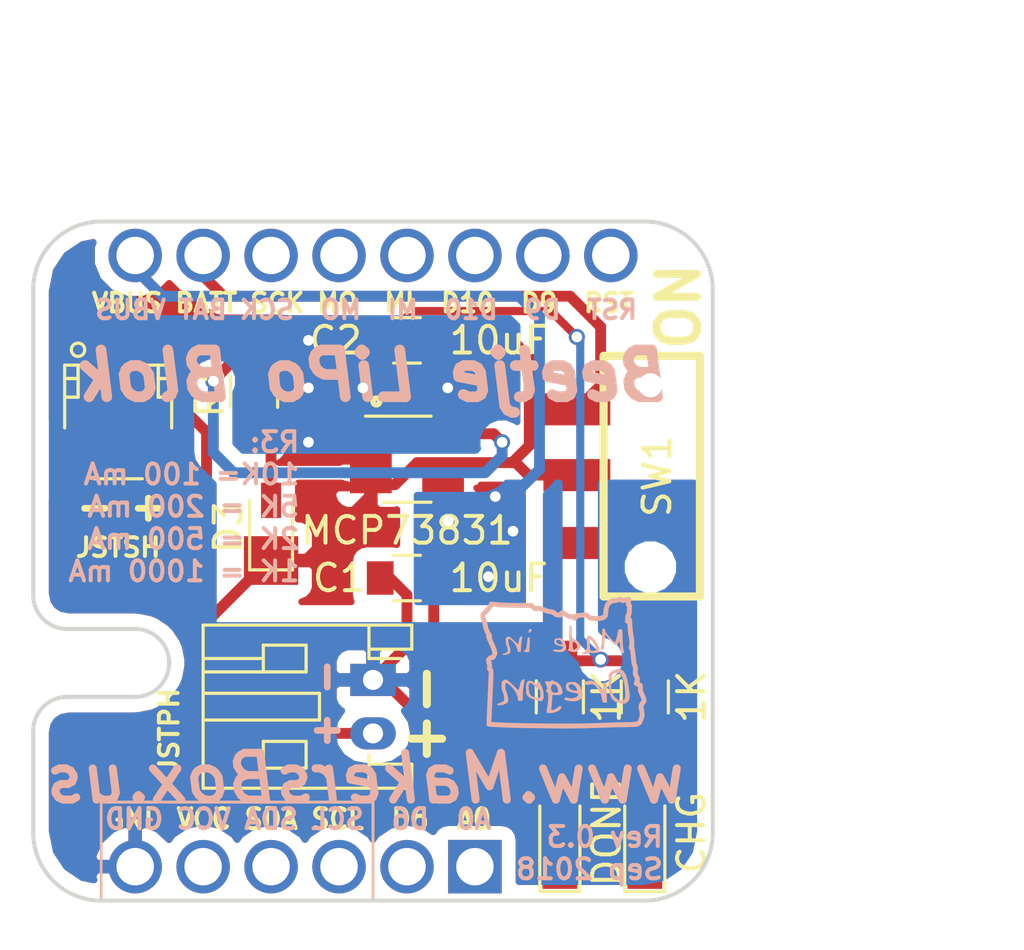
<source format=kicad_pcb>
(kicad_pcb (version 4) (host pcbnew 4.0.7)

  (general
    (links 22)
    (no_connects 0)
    (area 123.114999 92.634999 148.665001 118.185001)
    (thickness 1.6)
    (drawings 28)
    (tracks 118)
    (zones 0)
    (modules 15)
    (nets 21)
  )

  (page A)
  (title_block
    (title "Beetje 32U4 Blok")
    (date 2018-08-10)
    (rev 0.0)
    (company www.MakersBox.us)
    (comment 1 648.ken@gmail.com)
  )

  (layers
    (0 F.Cu signal)
    (31 B.Cu signal)
    (32 B.Adhes user)
    (33 F.Adhes user)
    (34 B.Paste user)
    (35 F.Paste user)
    (36 B.SilkS user)
    (37 F.SilkS user)
    (38 B.Mask user)
    (39 F.Mask user)
    (40 Dwgs.User user)
    (41 Cmts.User user)
    (42 Eco1.User user)
    (43 Eco2.User user)
    (44 Edge.Cuts user)
    (45 Margin user)
    (46 B.CrtYd user)
    (47 F.CrtYd user)
    (48 B.Fab user)
    (49 F.Fab user)
  )

  (setup
    (last_trace_width 0.4064)
    (user_trace_width 0.3048)
    (user_trace_width 0.4064)
    (user_trace_width 0.6096)
    (trace_clearance 0.2)
    (zone_clearance 0.508)
    (zone_45_only no)
    (trace_min 0.2)
    (segment_width 0.2)
    (edge_width 0.15)
    (via_size 0.6)
    (via_drill 0.4)
    (via_min_size 0.4)
    (via_min_drill 0.3)
    (uvia_size 0.3)
    (uvia_drill 0.1)
    (uvias_allowed no)
    (uvia_min_size 0.2)
    (uvia_min_drill 0.1)
    (pcb_text_width 0.3)
    (pcb_text_size 1.5 1.5)
    (mod_edge_width 0.15)
    (mod_text_size 1 1)
    (mod_text_width 0.15)
    (pad_size 2 2)
    (pad_drill 1.4)
    (pad_to_mask_clearance 0)
    (aux_axis_origin 0 0)
    (visible_elements 7FFFF7FF)
    (pcbplotparams
      (layerselection 0x00030_80000001)
      (usegerberextensions false)
      (excludeedgelayer true)
      (linewidth 0.100000)
      (plotframeref false)
      (viasonmask false)
      (mode 1)
      (useauxorigin false)
      (hpglpennumber 1)
      (hpglpenspeed 20)
      (hpglpendiameter 15)
      (hpglpenoverlay 2)
      (psnegative false)
      (psa4output false)
      (plotreference true)
      (plotvalue true)
      (plotinvisibletext false)
      (padsonsilk false)
      (subtractmaskfromsilk false)
      (outputformat 1)
      (mirror false)
      (drillshape 1)
      (scaleselection 1)
      (outputdirectory ""))
  )

  (net 0 "")
  (net 1 GND)
  (net 2 VBUS)
  (net 3 +BATT)
  (net 4 /D10)
  (net 5 /D9)
  (net 6 /SCL)
  (net 7 /SDA)
  (net 8 /A0)
  (net 9 /SCK)
  (net 10 /MOSI)
  (net 11 /MISO)
  (net 12 /~RESET)
  (net 13 VCC)
  (net 14 "Net-(D1-Pad1)")
  (net 15 "Net-(D2-Pad2)")
  (net 16 "Net-(R1-Pad2)")
  (net 17 "Net-(R3-Pad1)")
  (net 18 "Net-(C2-Pad1)")
  (net 19 "Net-(SW1-Pad1)")
  (net 20 /D6)

  (net_class Default "This is the default net class."
    (clearance 0.2)
    (trace_width 0.25)
    (via_dia 0.6)
    (via_drill 0.4)
    (uvia_dia 0.3)
    (uvia_drill 0.1)
    (add_net +BATT)
    (add_net /A0)
    (add_net /D10)
    (add_net /D6)
    (add_net /D9)
    (add_net /MISO)
    (add_net /MOSI)
    (add_net /SCK)
    (add_net /SCL)
    (add_net /SDA)
    (add_net /~RESET)
    (add_net GND)
    (add_net "Net-(C2-Pad1)")
    (add_net "Net-(D1-Pad1)")
    (add_net "Net-(D2-Pad2)")
    (add_net "Net-(R1-Pad2)")
    (add_net "Net-(R3-Pad1)")
    (add_net "Net-(SW1-Pad1)")
    (add_net VBUS)
    (add_net VCC)
  )

  (module Diodes_SMD:D_0805 (layer F.Cu) (tedit 5BAB00A2) (tstamp 5BAAFEAA)
    (at 132.08 104.14 90)
    (descr "Diode SMD in 0805 package http://datasheets.avx.com/schottky.pdf")
    (tags "smd diode")
    (path /5BAAF72F)
    (attr smd)
    (fp_text reference D3 (at 0 -1.6 90) (layer F.SilkS)
      (effects (font (size 1 1) (thickness 0.15)))
    )
    (fp_text value D_TVS (at 0 1.7 90) (layer F.Fab)
      (effects (font (size 1 1) (thickness 0.15)))
    )
    (fp_text user %R (at 0 -1.6 90) (layer F.Fab)
      (effects (font (size 1 1) (thickness 0.15)))
    )
    (fp_line (start -1.6 -0.8) (end -1.6 0.8) (layer F.SilkS) (width 0.12))
    (fp_line (start -1.7 0.88) (end -1.7 -0.88) (layer F.CrtYd) (width 0.05))
    (fp_line (start 1.7 0.88) (end -1.7 0.88) (layer F.CrtYd) (width 0.05))
    (fp_line (start 1.7 -0.88) (end 1.7 0.88) (layer F.CrtYd) (width 0.05))
    (fp_line (start -1.7 -0.88) (end 1.7 -0.88) (layer F.CrtYd) (width 0.05))
    (fp_line (start 0.2 0) (end 0.4 0) (layer F.Fab) (width 0.1))
    (fp_line (start -0.1 0) (end -0.3 0) (layer F.Fab) (width 0.1))
    (fp_line (start -0.1 -0.2) (end -0.1 0.2) (layer F.Fab) (width 0.1))
    (fp_line (start 0.2 0.2) (end 0.2 -0.2) (layer F.Fab) (width 0.1))
    (fp_line (start -0.1 0) (end 0.2 0.2) (layer F.Fab) (width 0.1))
    (fp_line (start 0.2 -0.2) (end -0.1 0) (layer F.Fab) (width 0.1))
    (fp_line (start -1 0.65) (end -1 -0.65) (layer F.Fab) (width 0.1))
    (fp_line (start 1 0.65) (end -1 0.65) (layer F.Fab) (width 0.1))
    (fp_line (start 1 -0.65) (end 1 0.65) (layer F.Fab) (width 0.1))
    (fp_line (start -1 -0.65) (end 1 -0.65) (layer F.Fab) (width 0.1))
    (fp_line (start -1.6 0.8) (end 1 0.8) (layer F.SilkS) (width 0.12))
    (fp_line (start -1.6 -0.8) (end 1 -0.8) (layer F.SilkS) (width 0.12))
    (pad 1 smd rect (at -1.25 0 90) (size 1.82 2.03) (layers F.Cu F.Paste F.Mask)
      (net 18 "Net-(C2-Pad1)"))
    (pad 2 smd rect (at 1 0 90) (size 1.32 0.75) (layers F.Cu F.Paste F.Mask)
      (net 1 GND))
    (model ${KISYS3DMOD}/Diodes_SMD.3dshapes/D_0805.wrl
      (at (xyz 0 0 0))
      (scale (xyz 1 1 1))
      (rotate (xyz 0 0 0))
    )
  )

  (module footprints:MadeInOregonRev25 (layer F.Cu) (tedit 5B7EDC1C) (tstamp 5B7740E4)
    (at 143.002 109.22)
    (fp_text reference VAL (at 0 0) (layer F.SilkS) hide
      (effects (font (size 1.143 1.143) (thickness 0.1778)))
    )
    (fp_text value MadeInOregonRev25 (at 0 0) (layer F.SilkS) hide
      (effects (font (size 0.5 0.5) (thickness 0.125)))
    )
    (fp_poly (pts (xy -3.09626 -1.76022) (xy -3.09626 -1.72212) (xy -3.09372 -1.69672) (xy -3.09118 -1.67386)
      (xy -3.0861 -1.65608) (xy -3.07594 -1.63576) (xy -3.0734 -1.62814) (xy -3.0607 -1.6002)
      (xy -3.05054 -1.5748) (xy -3.04038 -1.54432) (xy -3.03022 -1.50876) (xy -3.02006 -1.46304)
      (xy -3.00736 -1.4097) (xy -3.00228 -1.39192) (xy -2.98704 -1.31826) (xy -2.96926 -1.2573)
      (xy -2.95402 -1.20396) (xy -2.9337 -1.15824) (xy -2.91338 -1.1176) (xy -2.91338 -1.74752)
      (xy -2.91338 -1.76276) (xy -2.91084 -1.77546) (xy -2.90322 -1.78816) (xy -2.89052 -1.8034)
      (xy -2.86766 -1.82118) (xy -2.8575 -1.83134) (xy -2.82956 -1.8542) (xy -2.80416 -1.8796)
      (xy -2.78638 -1.90246) (xy -2.77876 -1.91008) (xy -2.76606 -1.92786) (xy -2.74574 -1.95326)
      (xy -2.72034 -1.98374) (xy -2.69494 -2.01422) (xy -2.6924 -2.01676) (xy -2.66954 -2.0447)
      (xy -2.64922 -2.0701) (xy -2.63652 -2.08788) (xy -2.6289 -2.09804) (xy -2.6289 -2.10058)
      (xy -2.62382 -2.10566) (xy -2.60604 -2.10566) (xy -2.58064 -2.10566) (xy -2.55016 -2.10058)
      (xy -2.51968 -2.0955) (xy -2.50952 -2.09296) (xy -2.49682 -2.09042) (xy -2.48412 -2.08534)
      (xy -2.46888 -2.08534) (xy -2.4511 -2.0828) (xy -2.4257 -2.08026) (xy -2.39268 -2.07772)
      (xy -2.35458 -2.07772) (xy -2.30632 -2.07518) (xy -2.2479 -2.07518) (xy -2.17678 -2.07264)
      (xy -2.09296 -2.0701) (xy -2.03962 -2.0701) (xy -1.95326 -2.06756) (xy -1.8669 -2.06756)
      (xy -1.78054 -2.06502) (xy -1.69672 -2.06502) (xy -1.61798 -2.06248) (xy -1.54686 -2.06248)
      (xy -1.48336 -2.06248) (xy -1.4351 -2.06248) (xy -1.4224 -2.06248) (xy -1.22936 -2.06248)
      (xy -1.1684 -2.00152) (xy -1.10744 -1.9431) (xy -1.0668 -1.9431) (xy -1.03886 -1.9431)
      (xy -1.0033 -1.94564) (xy -0.97536 -1.95072) (xy -0.94234 -1.95326) (xy -0.91186 -1.95072)
      (xy -0.87884 -1.94564) (xy -0.8382 -1.93548) (xy -0.79248 -1.9177) (xy -0.7366 -1.89484)
      (xy -0.72136 -1.88976) (xy -0.67818 -1.86944) (xy -0.64516 -1.85674) (xy -0.61722 -1.84912)
      (xy -0.59182 -1.84404) (xy -0.56388 -1.83896) (xy -0.5461 -1.83642) (xy -0.50038 -1.83134)
      (xy -0.46482 -1.82626) (xy -0.43688 -1.81864) (xy -0.41656 -1.80848) (xy -0.39624 -1.79578)
      (xy -0.37592 -1.77546) (xy -0.37338 -1.77292) (xy -0.35052 -1.7526) (xy -0.32512 -1.73482)
      (xy -0.30734 -1.72212) (xy -0.30734 -1.72212) (xy -0.28702 -1.71704) (xy -0.25654 -1.71196)
      (xy -0.22098 -1.70434) (xy -0.18288 -1.7018) (xy -0.14986 -1.69672) (xy -0.12446 -1.69672)
      (xy -0.10922 -1.69926) (xy -0.09652 -1.70688) (xy -0.07366 -1.71958) (xy -0.05334 -1.73736)
      (xy -0.03048 -1.75768) (xy -0.01524 -1.7653) (xy -0.00508 -1.76784) (xy 0 -1.7653)
      (xy 0.01016 -1.75768) (xy 0.03048 -1.74498) (xy 0.05842 -1.7272) (xy 0.0889 -1.70688)
      (xy 0.09652 -1.7018) (xy 0.18288 -1.64846) (xy 0.25908 -1.64592) (xy 0.29464 -1.64338)
      (xy 0.3175 -1.64084) (xy 0.3302 -1.6383) (xy 0.34036 -1.63322) (xy 0.34544 -1.6256)
      (xy 0.34798 -1.62052) (xy 0.3683 -1.59766) (xy 0.39624 -1.58242) (xy 0.42672 -1.5748)
      (xy 0.4318 -1.5748) (xy 0.45974 -1.58242) (xy 0.48768 -1.6002) (xy 0.51562 -1.63068)
      (xy 0.52578 -1.64338) (xy 0.53848 -1.65608) (xy 0.5461 -1.66624) (xy 0.55626 -1.67386)
      (xy 0.56896 -1.68148) (xy 0.58928 -1.68402) (xy 0.61468 -1.6891) (xy 0.65278 -1.69418)
      (xy 0.70104 -1.69672) (xy 0.71628 -1.69926) (xy 0.8255 -1.70942) (xy 0.85598 -1.68148)
      (xy 0.89154 -1.64846) (xy 0.9271 -1.62306) (xy 0.95758 -1.60274) (xy 0.96774 -1.59766)
      (xy 0.9906 -1.59258) (xy 1.02362 -1.5875) (xy 1.0668 -1.58242) (xy 1.11252 -1.57734)
      (xy 1.16332 -1.57226) (xy 1.21158 -1.56972) (xy 1.2573 -1.56972) (xy 1.25984 -1.56972)
      (xy 1.3081 -1.56972) (xy 1.35128 -1.5748) (xy 1.39446 -1.57988) (xy 1.44272 -1.59004)
      (xy 1.48844 -1.6002) (xy 1.52146 -1.61036) (xy 1.54686 -1.62306) (xy 1.56972 -1.63576)
      (xy 1.59258 -1.65608) (xy 1.61798 -1.68148) (xy 1.63576 -1.7018) (xy 1.651 -1.72212)
      (xy 1.65862 -1.74498) (xy 1.66624 -1.77292) (xy 1.67386 -1.80848) (xy 1.6764 -1.85166)
      (xy 1.68148 -1.90246) (xy 1.6891 -1.9812) (xy 1.7018 -2.04978) (xy 1.72212 -2.10566)
      (xy 1.74752 -2.15138) (xy 1.75006 -2.15646) (xy 1.77546 -2.18186) (xy 1.81356 -2.2098)
      (xy 1.82626 -2.21742) (xy 1.8542 -2.23012) (xy 1.87706 -2.24028) (xy 1.89484 -2.24282)
      (xy 1.9177 -2.24282) (xy 1.92024 -2.24282) (xy 1.95834 -2.24282) (xy 2.00152 -2.25044)
      (xy 2.032 -2.25806) (xy 2.0701 -2.27076) (xy 2.09804 -2.27584) (xy 2.11582 -2.27838)
      (xy 2.13106 -2.2733) (xy 2.1463 -2.26822) (xy 2.15392 -2.26314) (xy 2.1844 -2.2479)
      (xy 2.22758 -2.24282) (xy 2.27584 -2.2479) (xy 2.29108 -2.25298) (xy 2.31394 -2.25806)
      (xy 2.33426 -2.26314) (xy 2.34188 -2.26314) (xy 2.34188 -2.25806) (xy 2.34442 -2.23774)
      (xy 2.34442 -2.21488) (xy 2.34442 -2.21234) (xy 2.34442 -2.1844) (xy 2.34696 -2.16408)
      (xy 2.35204 -2.1463) (xy 2.36474 -2.12852) (xy 2.3876 -2.0955) (xy 2.37998 -1.97612)
      (xy 2.37744 -1.9304) (xy 2.37236 -1.89738) (xy 2.36982 -1.87198) (xy 2.36474 -1.8542)
      (xy 2.35966 -1.83896) (xy 2.35204 -1.82372) (xy 2.34696 -1.8161) (xy 2.33172 -1.78562)
      (xy 2.3241 -1.75768) (xy 2.3241 -1.73736) (xy 2.32156 -1.70942) (xy 2.31902 -1.68656)
      (xy 2.31648 -1.67894) (xy 2.31394 -1.66116) (xy 2.30886 -1.63576) (xy 2.30886 -1.60274)
      (xy 2.30886 -1.59004) (xy 2.30886 -1.55702) (xy 2.30886 -1.5367) (xy 2.31394 -1.52146)
      (xy 2.32156 -1.5113) (xy 2.33172 -1.4986) (xy 2.33426 -1.49606) (xy 2.35458 -1.48082)
      (xy 2.3749 -1.4732) (xy 2.37744 -1.47066) (xy 2.3876 -1.47066) (xy 2.39268 -1.46558)
      (xy 2.39776 -1.45034) (xy 2.4003 -1.42494) (xy 2.40284 -1.39192) (xy 2.40538 -1.35382)
      (xy 2.40538 -1.33096) (xy 2.40792 -1.28778) (xy 2.413 -1.2319) (xy 2.42062 -1.16078)
      (xy 2.43332 -1.07442) (xy 2.4511 -0.97536) (xy 2.4511 -0.96774) (xy 2.45872 -0.92456)
      (xy 2.4638 -0.88392) (xy 2.46888 -0.85344) (xy 2.47142 -0.83058) (xy 2.47396 -0.82296)
      (xy 2.47396 -0.81026) (xy 2.47142 -0.7874) (xy 2.47142 -0.75692) (xy 2.46888 -0.72644)
      (xy 2.46888 -0.69342) (xy 2.46634 -0.66294) (xy 2.4638 -0.64262) (xy 2.46126 -0.635)
      (xy 2.4511 -0.6096) (xy 2.44856 -0.57912) (xy 2.4511 -0.54864) (xy 2.46126 -0.52324)
      (xy 2.4765 -0.51054) (xy 2.48412 -0.49784) (xy 2.49174 -0.47244) (xy 2.5019 -0.4318)
      (xy 2.50952 -0.37592) (xy 2.51968 -0.30734) (xy 2.5273 -0.2286) (xy 2.53238 -0.16764)
      (xy 2.53746 -0.1143) (xy 2.54254 -0.0635) (xy 2.54762 -0.02032) (xy 2.5527 0.01524)
      (xy 2.55524 0.04064) (xy 2.55778 0.05334) (xy 2.56794 0.07366) (xy 2.5781 0.1016)
      (xy 2.58826 0.127) (xy 2.59588 0.14732) (xy 2.6035 0.16256) (xy 2.60604 0.18034)
      (xy 2.60858 0.20066) (xy 2.60858 0.22606) (xy 2.60604 0.25908) (xy 2.6035 0.3048)
      (xy 2.6035 0.32512) (xy 2.60096 0.37084) (xy 2.60096 0.4064) (xy 2.60604 0.43434)
      (xy 2.61366 0.45974) (xy 2.62636 0.48768) (xy 2.64668 0.5207) (xy 2.66446 0.5588)
      (xy 2.67462 0.58674) (xy 2.6797 0.61468) (xy 2.67462 0.64262) (xy 2.66446 0.68072)
      (xy 2.65938 0.69088) (xy 2.64668 0.72898) (xy 2.63906 0.75946) (xy 2.63906 0.77978)
      (xy 2.6416 0.79756) (xy 2.64922 0.8128) (xy 2.64922 0.81534) (xy 2.66446 0.83058)
      (xy 2.68986 0.84836) (xy 2.72034 0.86614) (xy 2.75336 0.87884) (xy 2.77368 0.88646)
      (xy 2.794 0.89154) (xy 2.794 0.98044) (xy 2.794 1.07188) (xy 2.82448 1.13538)
      (xy 2.8575 1.20396) (xy 2.8829 1.26238) (xy 2.90322 1.31064) (xy 2.91592 1.3462)
      (xy 2.921 1.36652) (xy 2.92354 1.3843) (xy 2.92354 1.39954) (xy 2.91592 1.41478)
      (xy 2.90068 1.4351) (xy 2.90068 1.43764) (xy 2.87274 1.47828) (xy 2.84988 1.51638)
      (xy 2.8321 1.5621) (xy 2.82448 1.59004) (xy 2.80924 1.64338) (xy 2.8321 1.74244)
      (xy 2.84734 1.80848) (xy 2.85496 1.86182) (xy 2.86004 1.90754) (xy 2.86004 1.94818)
      (xy 2.85242 1.98628) (xy 2.84226 2.02438) (xy 2.84226 2.02438) (xy 2.82702 2.06756)
      (xy 2.81432 2.10566) (xy 2.79908 2.13868) (xy 2.78892 2.16154) (xy 2.77876 2.1717)
      (xy 2.77876 2.17424) (xy 2.7686 2.17678) (xy 2.74828 2.1844) (xy 2.74066 2.18948)
      (xy 2.7178 2.1971) (xy 2.68224 2.20472) (xy 2.63398 2.2098) (xy 2.57302 2.21234)
      (xy 2.49682 2.21488) (xy 2.40792 2.21742) (xy 2.30632 2.21742) (xy 2.29616 2.21742)
      (xy 2.24028 2.21996) (xy 2.17424 2.21996) (xy 2.10058 2.2225) (xy 2.02184 2.2225)
      (xy 1.9431 2.22504) (xy 1.86944 2.23012) (xy 1.84912 2.23012) (xy 1.6129 2.23774)
      (xy 1.38684 2.2479) (xy 1.16332 2.25298) (xy 0.9398 2.25806) (xy 0.71882 2.26314)
      (xy 0.4953 2.26568) (xy 0.26924 2.26822) (xy 0.03556 2.26822) (xy -0.2032 2.26822)
      (xy -0.45466 2.26822) (xy -0.71628 2.26568) (xy -0.84836 2.26314) (xy -1.03378 2.2606)
      (xy -1.20396 2.25806) (xy -1.36144 2.25552) (xy -1.50622 2.25298) (xy -1.64084 2.25044)
      (xy -1.7653 2.2479) (xy -1.88214 2.24536) (xy -1.98882 2.24282) (xy -2.08788 2.23774)
      (xy -2.17932 2.2352) (xy -2.26822 2.23266) (xy -2.35204 2.22758) (xy -2.39776 2.22504)
      (xy -2.46126 2.2225) (xy -2.51968 2.21742) (xy -2.57302 2.21488) (xy -2.61874 2.21234)
      (xy -2.65176 2.2098) (xy -2.67462 2.2098) (xy -2.68732 2.2098) (xy -2.68732 2.2098)
      (xy -2.68732 2.20218) (xy -2.68478 2.17932) (xy -2.68478 2.1463) (xy -2.68224 2.09804)
      (xy -2.6797 2.03962) (xy -2.67716 1.97104) (xy -2.67208 1.8923) (xy -2.66954 1.80594)
      (xy -2.66446 1.70942) (xy -2.65938 1.60782) (xy -2.65684 1.50114) (xy -2.65176 1.38684)
      (xy -2.64414 1.27) (xy -2.64414 1.25476) (xy -2.63906 1.11506) (xy -2.63398 0.98806)
      (xy -2.6289 0.87376) (xy -2.62382 0.77216) (xy -2.61874 0.68326) (xy -2.6162 0.60452)
      (xy -2.61366 0.53848) (xy -2.61112 0.47752) (xy -2.61112 0.42926) (xy -2.61112 0.38608)
      (xy -2.61112 0.35306) (xy -2.61112 0.32258) (xy -2.61112 0.29972) (xy -2.61366 0.28194)
      (xy -2.6162 0.2667) (xy -2.61874 0.25654) (xy -2.62128 0.24638) (xy -2.62636 0.23876)
      (xy -2.63144 0.23368) (xy -2.63652 0.22606) (xy -2.6416 0.21844) (xy -2.6543 0.2032)
      (xy -2.66192 0.18796) (xy -2.66446 0.17272) (xy -2.66192 0.14732) (xy -2.66192 0.13716)
      (xy -2.66192 0.1016) (xy -2.66446 0.06858) (xy -2.67462 0.02794) (xy -2.67462 0.0254)
      (xy -2.68732 -0.01778) (xy -2.69494 -0.04826) (xy -2.69748 -0.07112) (xy -2.69748 -0.08382)
      (xy -2.69494 -0.09398) (xy -2.68732 -0.09906) (xy -2.68732 -0.1016) (xy -2.66954 -0.10668)
      (xy -2.64668 -0.1143) (xy -2.63652 -0.1143) (xy -2.60858 -0.12192) (xy -2.58572 -0.13208)
      (xy -2.5654 -0.14732) (xy -2.54762 -0.17018) (xy -2.52476 -0.20574) (xy -2.50698 -0.2413)
      (xy -2.4638 -0.3302) (xy -2.47142 -0.40894) (xy -2.4765 -0.43942) (xy -2.48158 -0.46736)
      (xy -2.4892 -0.49276) (xy -2.49682 -0.5207) (xy -2.50952 -0.55626) (xy -2.52984 -0.59944)
      (xy -2.53492 -0.61214) (xy -2.55524 -0.66294) (xy -2.5781 -0.71374) (xy -2.60096 -0.76708)
      (xy -2.62128 -0.8128) (xy -2.63144 -0.83058) (xy -2.64668 -0.86868) (xy -2.65938 -0.89662)
      (xy -2.667 -0.91694) (xy -2.66954 -0.92964) (xy -2.667 -0.9398) (xy -2.667 -0.94996)
      (xy -2.65938 -0.97536) (xy -2.65938 -1.00584) (xy -2.66954 -1.03886) (xy -2.68732 -1.0795)
      (xy -2.71272 -1.12776) (xy -2.71526 -1.1303) (xy -2.73812 -1.17094) (xy -2.75844 -1.2065)
      (xy -2.77368 -1.23698) (xy -2.78384 -1.26746) (xy -2.79654 -1.30048) (xy -2.8067 -1.34112)
      (xy -2.81686 -1.38684) (xy -2.82702 -1.43256) (xy -2.84226 -1.49606) (xy -2.85496 -1.54686)
      (xy -2.86512 -1.5875) (xy -2.87528 -1.62052) (xy -2.88544 -1.64846) (xy -2.89306 -1.67132)
      (xy -2.90068 -1.68148) (xy -2.9083 -1.70942) (xy -2.91338 -1.7399) (xy -2.91338 -1.74752)
      (xy -2.91338 -1.1176) (xy -2.91084 -1.11506) (xy -2.90576 -1.09982) (xy -2.88798 -1.07188)
      (xy -2.87782 -1.04902) (xy -2.87274 -1.03632) (xy -2.87274 -1.02616) (xy -2.87782 -1.016)
      (xy -2.88036 -0.99822) (xy -2.8829 -0.98044) (xy -2.87782 -0.95758) (xy -2.8702 -0.92964)
      (xy -2.85496 -0.89408) (xy -2.83464 -0.84582) (xy -2.8194 -0.81534) (xy -2.78384 -0.73406)
      (xy -2.74828 -0.65786) (xy -2.72034 -0.58928) (xy -2.69494 -0.52832) (xy -2.67462 -0.47752)
      (xy -2.66192 -0.43688) (xy -2.6543 -0.40894) (xy -2.6543 -0.4064) (xy -2.64922 -0.37846)
      (xy -2.65176 -0.36068) (xy -2.65684 -0.34036) (xy -2.66446 -0.32766) (xy -2.67462 -0.30734)
      (xy -2.68732 -0.29464) (xy -2.70256 -0.28702) (xy -2.72542 -0.28194) (xy -2.73812 -0.2794)
      (xy -2.75336 -0.27686) (xy -2.77114 -0.2667) (xy -2.78892 -0.25146) (xy -2.81686 -0.22606)
      (xy -2.82448 -0.2159) (xy -2.84988 -0.1905) (xy -2.86766 -0.17272) (xy -2.87782 -0.16002)
      (xy -2.8829 -0.14732) (xy -2.8829 -0.13208) (xy -2.8829 -0.12192) (xy -2.88036 -0.06858)
      (xy -2.86766 -0.00762) (xy -2.85242 0.05588) (xy -2.8448 0.08382) (xy -2.84226 0.10668)
      (xy -2.84226 0.12954) (xy -2.8448 0.16002) (xy -2.84734 0.1651) (xy -2.84988 0.19812)
      (xy -2.84988 0.22606) (xy -2.84226 0.24892) (xy -2.82448 0.27686) (xy -2.8067 0.29972)
      (xy -2.78384 0.32766) (xy -2.82702 1.3081) (xy -2.8321 1.42748) (xy -2.83718 1.54432)
      (xy -2.84226 1.65608) (xy -2.84734 1.76276) (xy -2.84988 1.86182) (xy -2.85496 1.95326)
      (xy -2.8575 2.03708) (xy -2.86004 2.11074) (xy -2.86258 2.17424) (xy -2.86512 2.22758)
      (xy -2.86512 2.26822) (xy -2.86512 2.29616) (xy -2.86512 2.3114) (xy -2.86512 2.3114)
      (xy -2.85496 2.3368) (xy -2.83464 2.35966) (xy -2.81178 2.3749) (xy -2.8067 2.37744)
      (xy -2.794 2.37998) (xy -2.76606 2.38252) (xy -2.72796 2.38506) (xy -2.6797 2.39014)
      (xy -2.62128 2.39268) (xy -2.55778 2.39776) (xy -2.48412 2.4003) (xy -2.40792 2.40538)
      (xy -2.32664 2.40792) (xy -2.24536 2.413) (xy -2.16154 2.41554) (xy -2.08026 2.41808)
      (xy -1.99898 2.42062) (xy -1.92278 2.42316) (xy -1.85166 2.4257) (xy -1.80848 2.42824)
      (xy -1.74752 2.42824) (xy -1.67386 2.43078) (xy -1.59004 2.43078) (xy -1.4986 2.43332)
      (xy -1.397 2.43586) (xy -1.29032 2.43586) (xy -1.1811 2.4384) (xy -1.0668 2.4384)
      (xy -0.95504 2.44094) (xy -0.84582 2.44348) (xy -0.80264 2.44348) (xy -0.70104 2.44348)
      (xy -0.59944 2.44602) (xy -0.50038 2.44602) (xy -0.40386 2.44856) (xy -0.31496 2.44856)
      (xy -0.23114 2.44856) (xy -0.15748 2.4511) (xy -0.09398 2.4511) (xy -0.04064 2.4511)
      (xy 0 2.4511) (xy 0.02286 2.4511) (xy 0.05842 2.4511) (xy 0.10922 2.4511)
      (xy 0.17018 2.4511) (xy 0.2413 2.4511) (xy 0.3175 2.4511) (xy 0.39878 2.44856)
      (xy 0.4826 2.44856) (xy 0.56642 2.44602) (xy 0.60198 2.44602) (xy 0.75692 2.44348)
      (xy 0.90678 2.4384) (xy 1.0541 2.43586) (xy 1.1938 2.43078) (xy 1.32588 2.42824)
      (xy 1.45034 2.42316) (xy 1.56464 2.42062) (xy 1.66624 2.41808) (xy 1.7526 2.413)
      (xy 1.77038 2.413) (xy 1.82626 2.41046) (xy 1.8923 2.40792) (xy 1.96342 2.40792)
      (xy 2.03454 2.40538) (xy 2.10312 2.40538) (xy 2.12852 2.40538) (xy 2.19456 2.40538)
      (xy 2.26822 2.40284) (xy 2.3495 2.40284) (xy 2.42824 2.39776) (xy 2.50444 2.39522)
      (xy 2.54254 2.39522) (xy 2.75844 2.38252) (xy 2.82956 2.3495) (xy 2.86258 2.33172)
      (xy 2.88798 2.31902) (xy 2.90576 2.30632) (xy 2.91084 2.30124) (xy 2.92608 2.28092)
      (xy 2.94132 2.25044) (xy 2.96164 2.2098) (xy 2.97942 2.16662) (xy 2.9972 2.12344)
      (xy 3.01244 2.08534) (xy 3.02514 2.0447) (xy 3.03276 2.01168) (xy 3.03784 1.98628)
      (xy 3.04038 1.9558) (xy 3.04038 1.93548) (xy 3.0353 1.86182) (xy 3.0226 1.778)
      (xy 3.00736 1.70434) (xy 2.99974 1.66878) (xy 2.99974 1.64084) (xy 3.00736 1.61036)
      (xy 3.0226 1.57734) (xy 3.04546 1.53924) (xy 3.0607 1.52146) (xy 3.08356 1.4859)
      (xy 3.0988 1.4605) (xy 3.10642 1.4351) (xy 3.10896 1.4097) (xy 3.10642 1.37668)
      (xy 3.0988 1.33858) (xy 3.09118 1.3081) (xy 3.07848 1.26746) (xy 3.0607 1.22174)
      (xy 3.04038 1.1684) (xy 3.01498 1.1176) (xy 2.99466 1.07442) (xy 2.98704 1.05664)
      (xy 2.97942 1.0414) (xy 2.97688 1.02362) (xy 2.97434 1.0033) (xy 2.97434 0.97282)
      (xy 2.97434 0.93218) (xy 2.97434 0.9271) (xy 2.9718 0.87884) (xy 2.96926 0.8382)
      (xy 2.96418 0.81026) (xy 2.95148 0.7874) (xy 2.9337 0.76708) (xy 2.90576 0.7493)
      (xy 2.86766 0.72898) (xy 2.84734 0.71882) (xy 2.84734 0.7112) (xy 2.84988 0.69342)
      (xy 2.85496 0.66802) (xy 2.8575 0.6604) (xy 2.86258 0.61468) (xy 2.86258 0.5842)
      (xy 2.86258 0.57658) (xy 2.84988 0.5334) (xy 2.82956 0.48768) (xy 2.8067 0.44196)
      (xy 2.79908 0.42926) (xy 2.79146 0.41656) (xy 2.78638 0.40386) (xy 2.7813 0.38862)
      (xy 2.7813 0.37084) (xy 2.7813 0.34798) (xy 2.7813 0.3175) (xy 2.78638 0.27432)
      (xy 2.79146 0.22098) (xy 2.79146 0.21844) (xy 2.79146 0.19304) (xy 2.79146 0.16764)
      (xy 2.78384 0.1397) (xy 2.77622 0.11176) (xy 2.76352 0.07874) (xy 2.75336 0.04826)
      (xy 2.7432 0.0254) (xy 2.74066 0.02032) (xy 2.73558 0.00762) (xy 2.7305 -0.0127)
      (xy 2.72796 -0.04064) (xy 2.72288 -0.07874) (xy 2.7178 -0.12954) (xy 2.71272 -0.1905)
      (xy 2.7051 -0.25908) (xy 2.69748 -0.32512) (xy 2.68986 -0.38862) (xy 2.6797 -0.44958)
      (xy 2.67208 -0.50292) (xy 2.66446 -0.5461) (xy 2.6543 -0.57658) (xy 2.65176 -0.58674)
      (xy 2.65176 -0.60452) (xy 2.6543 -0.6223) (xy 2.65684 -0.6477) (xy 2.65176 -0.68326)
      (xy 2.65176 -0.68326) (xy 2.64668 -0.71628) (xy 2.64922 -0.75184) (xy 2.65176 -0.76962)
      (xy 2.6543 -0.79248) (xy 2.65684 -0.8128) (xy 2.6543 -0.83566) (xy 2.65176 -0.8636)
      (xy 2.64414 -0.90424) (xy 2.6416 -0.91948) (xy 2.62382 -1.01346) (xy 2.61112 -1.09982)
      (xy 2.60096 -1.1811) (xy 2.59334 -1.26238) (xy 2.58572 -1.35128) (xy 2.58064 -1.42748)
      (xy 2.5781 -1.49352) (xy 2.57302 -1.54432) (xy 2.57048 -1.58496) (xy 2.5654 -1.61544)
      (xy 2.56286 -1.6383) (xy 2.55524 -1.65608) (xy 2.54762 -1.66878) (xy 2.53746 -1.6764)
      (xy 2.52984 -1.68402) (xy 2.51714 -1.69418) (xy 2.51206 -1.70688) (xy 2.5146 -1.72466)
      (xy 2.52222 -1.75006) (xy 2.53238 -1.77546) (xy 2.53238 -1.77546) (xy 2.54 -1.78816)
      (xy 2.54254 -1.79832) (xy 2.54762 -1.81102) (xy 2.55016 -1.8288) (xy 2.5527 -1.85166)
      (xy 2.55524 -1.88214) (xy 2.55778 -1.92532) (xy 2.56286 -1.97866) (xy 2.56286 -2.0066)
      (xy 2.57302 -2.159) (xy 2.54762 -2.18948) (xy 2.52222 -2.21996) (xy 2.52984 -2.29616)
      (xy 2.53238 -2.34442) (xy 2.53238 -2.37998) (xy 2.52984 -2.40538) (xy 2.51968 -2.4257)
      (xy 2.50698 -2.44094) (xy 2.50444 -2.44348) (xy 2.4892 -2.45618) (xy 2.47142 -2.46126)
      (xy 2.44856 -2.4638) (xy 2.42062 -2.4638) (xy 2.38252 -2.45618) (xy 2.33172 -2.44602)
      (xy 2.32664 -2.44348) (xy 2.2352 -2.42316) (xy 2.19964 -2.44348) (xy 2.17424 -2.45618)
      (xy 2.15138 -2.4638) (xy 2.12344 -2.4638) (xy 2.09296 -2.45872) (xy 2.04978 -2.4511)
      (xy 2.0193 -2.44348) (xy 1.98374 -2.43332) (xy 1.9558 -2.4257) (xy 1.93802 -2.42316)
      (xy 1.92024 -2.4257) (xy 1.90754 -2.42824) (xy 1.88722 -2.43078) (xy 1.86944 -2.43078)
      (xy 1.84912 -2.42824) (xy 1.82372 -2.41808) (xy 1.79324 -2.40284) (xy 1.76022 -2.38506)
      (xy 1.71958 -2.3622) (xy 1.6891 -2.34442) (xy 1.66624 -2.32664) (xy 1.64846 -2.3114)
      (xy 1.63068 -2.29362) (xy 1.6129 -2.27076) (xy 1.59258 -2.2479) (xy 1.57734 -2.22504)
      (xy 1.56718 -2.20472) (xy 1.55702 -2.17932) (xy 1.54432 -2.1463) (xy 1.53162 -2.10312)
      (xy 1.52908 -2.09296) (xy 1.51638 -2.0447) (xy 1.50876 -2.00406) (xy 1.50368 -1.96596)
      (xy 1.4986 -1.92278) (xy 1.4986 -1.90754) (xy 1.49606 -1.86182) (xy 1.49352 -1.8288)
      (xy 1.4859 -1.80594) (xy 1.4732 -1.7907) (xy 1.45288 -1.778) (xy 1.4224 -1.77038)
      (xy 1.39446 -1.76276) (xy 1.3335 -1.7526) (xy 1.26238 -1.74752) (xy 1.18364 -1.75006)
      (xy 1.10998 -1.75768) (xy 1.03124 -1.7653) (xy 0.9652 -1.82372) (xy 0.9398 -1.84912)
      (xy 0.9144 -1.8669) (xy 0.89408 -1.88214) (xy 0.88392 -1.88722) (xy 0.86868 -1.88722)
      (xy 0.84328 -1.88722) (xy 0.80518 -1.88722) (xy 0.762 -1.88214) (xy 0.7112 -1.8796)
      (xy 0.6604 -1.87452) (xy 0.6096 -1.86944) (xy 0.56642 -1.86436) (xy 0.52324 -1.85674)
      (xy 0.49276 -1.85166) (xy 0.47244 -1.8415) (xy 0.45974 -1.83642) (xy 0.44958 -1.8288)
      (xy 0.43942 -1.82372) (xy 0.42418 -1.82118) (xy 0.40386 -1.82118) (xy 0.37592 -1.82118)
      (xy 0.33782 -1.82118) (xy 0.23622 -1.82372) (xy 0.13208 -1.8923) (xy 0.09398 -1.9177)
      (xy 0.06096 -1.93802) (xy 0.03302 -1.9558) (xy 0.0127 -1.96596) (xy 0.00508 -1.97104)
      (xy -0.02286 -1.97866) (xy -0.04826 -1.97358) (xy -0.07874 -1.95834) (xy -0.1143 -1.92786)
      (xy -0.11684 -1.92532) (xy -0.1397 -1.905) (xy -0.15748 -1.8923) (xy -0.17272 -1.88468)
      (xy -0.18796 -1.88214) (xy -0.19304 -1.88214) (xy -0.21082 -1.88468) (xy -0.22352 -1.88722)
      (xy -0.2413 -1.89992) (xy -0.26162 -1.9177) (xy -0.27178 -1.92786) (xy -0.30226 -1.95326)
      (xy -0.33528 -1.97358) (xy -0.37338 -1.98882) (xy -0.41656 -1.99898) (xy -0.47244 -2.00914)
      (xy -0.50038 -2.01168) (xy -0.53848 -2.01676) (xy -0.56896 -2.02438) (xy -0.59944 -2.03454)
      (xy -0.635 -2.04724) (xy -0.66548 -2.05994) (xy -0.70866 -2.07772) (xy -0.75692 -2.0955)
      (xy -0.80264 -2.11074) (xy -0.83058 -2.11836) (xy -0.86868 -2.12598) (xy -0.89662 -2.1336)
      (xy -0.91948 -2.1336) (xy -0.94234 -2.1336) (xy -0.97282 -2.13106) (xy -1.03378 -2.12344)
      (xy -1.0922 -2.17678) (xy -1.12776 -2.2098) (xy -1.1557 -2.23012) (xy -1.17348 -2.2352)
      (xy -1.18618 -2.23774) (xy -1.21412 -2.23774) (xy -1.24968 -2.24028) (xy -1.2954 -2.24028)
      (xy -1.3462 -2.24028) (xy -1.40208 -2.24028) (xy -1.40462 -2.24028) (xy -1.48844 -2.24028)
      (xy -1.57734 -2.24282) (xy -1.66878 -2.24282) (xy -1.76022 -2.24282) (xy -1.85166 -2.24536)
      (xy -1.94056 -2.2479) (xy -2.02438 -2.2479) (xy -2.10566 -2.25044) (xy -2.18186 -2.25298)
      (xy -2.25044 -2.25552) (xy -2.30886 -2.25806) (xy -2.35966 -2.2606) (xy -2.39776 -2.26314)
      (xy -2.42316 -2.26568) (xy -2.43586 -2.26822) (xy -2.45364 -2.27076) (xy -2.48666 -2.27584)
      (xy -2.52476 -2.28092) (xy -2.5654 -2.28346) (xy -2.58572 -2.286) (xy -2.63144 -2.28854)
      (xy -2.66446 -2.29108) (xy -2.68732 -2.29108) (xy -2.7051 -2.29108) (xy -2.7178 -2.28854)
      (xy -2.72796 -2.28346) (xy -2.7305 -2.28092) (xy -2.7559 -2.2606) (xy -2.77876 -2.22758)
      (xy -2.78892 -2.19202) (xy -2.79654 -2.17678) (xy -2.81178 -2.15392) (xy -2.8321 -2.13106)
      (xy -2.83718 -2.12344) (xy -2.86258 -2.09296) (xy -2.88544 -2.06502) (xy -2.90576 -2.04216)
      (xy -2.9083 -2.03708) (xy -2.92354 -2.0193) (xy -2.94894 -1.9939) (xy -2.97688 -1.96596)
      (xy -3.00482 -1.93802) (xy -3.03276 -1.91262) (xy -3.05816 -1.88976) (xy -3.07594 -1.87198)
      (xy -3.0861 -1.85928) (xy -3.0861 -1.85928) (xy -3.09118 -1.8415) (xy -3.09626 -1.81102)
      (xy -3.09626 -1.77038) (xy -3.09626 -1.76022) (xy -3.09626 -1.76022)) (layer B.SilkS) (width 0.00254))
    (fp_poly (pts (xy -0.67056 0.70358) (xy -0.67056 0.72136) (xy -0.66802 0.72644) (xy -0.66548 0.74676)
      (xy -0.65532 0.7747) (xy -0.64262 0.80772) (xy -0.63246 0.83312) (xy -0.61468 0.8763)
      (xy -0.60198 0.90932) (xy -0.59436 0.93218) (xy -0.59182 0.94996) (xy -0.5969 0.9652)
      (xy -0.60198 0.9779) (xy -0.61722 0.99568) (xy -0.63246 1.01092) (xy -0.64516 1.02362)
      (xy -0.6477 1.03632) (xy -0.64262 1.05156) (xy -0.62484 1.07188) (xy -0.6223 1.07696)
      (xy -0.59944 1.10236) (xy -0.5842 1.12522) (xy -0.57404 1.14554) (xy -0.56896 1.17348)
      (xy -0.56388 1.2065) (xy -0.56134 1.24968) (xy -0.56134 1.26238) (xy -0.56134 1.31572)
      (xy -0.56134 1.36652) (xy -0.56642 1.41986) (xy -0.5715 1.47828) (xy -0.58166 1.54686)
      (xy -0.59182 1.62306) (xy -0.59944 1.66116) (xy -0.60706 1.71704) (xy -0.61468 1.76022)
      (xy -0.61722 1.79324) (xy -0.61976 1.8161) (xy -0.61722 1.83388) (xy -0.61468 1.84658)
      (xy -0.6096 1.85674) (xy -0.6096 1.85928) (xy -0.60198 1.8669) (xy -0.59436 1.86944)
      (xy -0.58166 1.87198) (xy -0.56134 1.87452) (xy -0.53086 1.87452) (xy -0.51308 1.87452)
      (xy -0.47752 1.87452) (xy -0.45974 1.87198) (xy -0.45974 0.94234) (xy -0.45212 0.89662)
      (xy -0.43688 0.85344) (xy -0.41402 0.81788) (xy -0.40894 0.81026) (xy -0.38354 0.79502)
      (xy -0.35306 0.79248) (xy -0.32258 0.8001) (xy -0.2921 0.81788) (xy -0.26162 0.84582)
      (xy -0.23622 0.87884) (xy -0.21844 0.91948) (xy -0.21336 0.92964) (xy -0.20828 0.9525)
      (xy -0.2032 0.98044) (xy -0.19812 1.01092) (xy -0.19304 1.0414) (xy -0.1905 1.06934)
      (xy -0.18796 1.08712) (xy -0.1905 1.09728) (xy -0.20066 1.09982) (xy -0.22098 1.1049)
      (xy -0.24892 1.10998) (xy -0.2794 1.11252) (xy -0.30734 1.11506) (xy -0.3302 1.1176)
      (xy -0.34036 1.1176) (xy -0.36322 1.10998) (xy -0.38862 1.09474) (xy -0.39878 1.08458)
      (xy -0.4191 1.06172) (xy -0.43688 1.03886) (xy -0.44196 1.02616) (xy -0.4572 0.98806)
      (xy -0.45974 0.94234) (xy -0.45974 1.87198) (xy -0.4445 1.87198) (xy -0.42164 1.87198)
      (xy -0.41148 1.86944) (xy -0.37338 1.86182) (xy -0.3302 1.85166) (xy -0.28448 1.83642)
      (xy -0.24384 1.82372) (xy -0.21336 1.80848) (xy -0.20828 1.80848) (xy -0.17018 1.78562)
      (xy -0.13462 1.75768) (xy -0.10414 1.7272) (xy -0.08382 1.69926) (xy -0.07112 1.67386)
      (xy -0.07112 1.651) (xy -0.07112 1.651) (xy -0.08382 1.63068) (xy -0.10414 1.6129)
      (xy -0.12446 1.60528) (xy -0.12446 1.60528) (xy -0.1397 1.6129) (xy -0.16256 1.62814)
      (xy -0.19558 1.65608) (xy -0.20066 1.65862) (xy -0.24384 1.69672) (xy -0.28702 1.72466)
      (xy -0.3302 1.74498) (xy -0.37084 1.75768) (xy -0.40386 1.76276) (xy -0.4318 1.75514)
      (xy -0.43942 1.75006) (xy -0.44958 1.74244) (xy -0.45212 1.73482) (xy -0.45212 1.71958)
      (xy -0.44704 1.69672) (xy -0.4445 1.69418) (xy -0.44196 1.67386) (xy -0.43688 1.64338)
      (xy -0.4318 1.60274) (xy -0.42926 1.55194) (xy -0.42418 1.4859) (xy -0.4191 1.4097)
      (xy -0.41402 1.31826) (xy -0.41148 1.29286) (xy -0.4064 1.20142) (xy -0.27178 1.20142)
      (xy -0.21336 1.20142) (xy -0.17018 1.20142) (xy -0.13462 1.19888) (xy -0.10668 1.19126)
      (xy -0.08636 1.18364) (xy -0.06858 1.1684) (xy -0.0508 1.15316) (xy -0.04572 1.14808)
      (xy -0.03048 1.12776) (xy -0.0254 1.11506) (xy -0.0254 1.09474) (xy -0.02794 1.08458)
      (xy -0.04318 0.99822) (xy -0.06858 0.92202) (xy -0.1016 0.85598) (xy -0.14224 0.8001)
      (xy -0.1524 0.78994) (xy -0.18796 0.75692) (xy -0.22352 0.73406) (xy -0.26416 0.71374)
      (xy -0.29718 0.70104) (xy -0.3302 0.68834) (xy -0.36322 0.6731) (xy -0.37846 0.66548)
      (xy -0.4191 0.64262) (xy -0.44704 0.66548) (xy -0.4699 0.68326) (xy -0.49022 0.69596)
      (xy -0.51308 0.6985) (xy -0.54102 0.69596) (xy -0.57404 0.69088) (xy -0.60706 0.68326)
      (xy -0.62992 0.68326) (xy -0.64516 0.68326) (xy -0.65532 0.6858) (xy -0.66802 0.69342)
      (xy -0.67056 0.70358) (xy -0.67056 0.70358)) (layer B.SilkS) (width 0.00254))
    (fp_poly (pts (xy -2.47904 1.55448) (xy -2.47142 1.56464) (xy -2.47142 1.56718) (xy -2.45364 1.5748)
      (xy -2.4257 1.57988) (xy -2.39014 1.58242) (xy -2.3495 1.57988) (xy -2.30886 1.57734)
      (xy -2.29108 1.57226) (xy -2.24536 1.5621) (xy -2.1971 1.54686) (xy -2.15392 1.52654)
      (xy -2.11836 1.50622) (xy -2.0955 1.49098) (xy -2.08026 1.47828) (xy -2.07264 1.46558)
      (xy -2.06756 1.44526) (xy -2.06248 1.41986) (xy -2.05994 1.41224) (xy -2.0574 1.35636)
      (xy -2.06248 1.30048) (xy -2.07518 1.23698) (xy -2.09804 1.16586) (xy -2.10312 1.14808)
      (xy -2.13106 1.0668) (xy -2.15138 0.99568) (xy -2.16408 0.93218) (xy -2.16916 0.87376)
      (xy -2.16916 0.86614) (xy -2.16662 0.81788) (xy -2.159 0.77978) (xy -2.1463 0.75692)
      (xy -2.12598 0.74676) (xy -2.10058 0.75184) (xy -2.0955 0.75184) (xy -2.07772 0.76454)
      (xy -2.04978 0.78486) (xy -2.0193 0.81026) (xy -1.98628 0.8382) (xy -1.95326 0.86868)
      (xy -1.92278 0.89662) (xy -1.91516 0.90678) (xy -1.8415 0.99314) (xy -1.78308 1.08458)
      (xy -1.73736 1.17602) (xy -1.70688 1.27) (xy -1.69672 1.3335) (xy -1.69164 1.36398)
      (xy -1.68402 1.39192) (xy -1.6764 1.4097) (xy -1.6764 1.4097) (xy -1.66878 1.41986)
      (xy -1.66116 1.4224) (xy -1.64592 1.42494) (xy -1.62306 1.4224) (xy -1.59258 1.41732)
      (xy -1.55702 1.41224) (xy -1.51892 1.40462) (xy -1.51384 1.32334) (xy -1.5113 1.28016)
      (xy -1.5113 1.22936) (xy -1.50876 1.1811) (xy -1.50876 1.16078) (xy -1.50876 1.11252)
      (xy -1.50622 1.06426) (xy -1.50114 1.016) (xy -1.49606 0.96266) (xy -1.4859 0.89916)
      (xy -1.47574 0.82804) (xy -1.46812 0.78232) (xy -1.4605 0.7366) (xy -1.45542 0.69596)
      (xy -1.45034 0.6604) (xy -1.4478 0.63754) (xy -1.4478 0.62484) (xy -1.4478 0.6223)
      (xy -1.45796 0.61468) (xy -1.47574 0.61214) (xy -1.50114 0.61722) (xy -1.52654 0.62992)
      (xy -1.54686 0.64516) (xy -1.56464 0.66548) (xy -1.57988 0.69342) (xy -1.59512 0.73152)
      (xy -1.61036 0.77978) (xy -1.62306 0.84328) (xy -1.6256 0.84836) (xy -1.6383 0.9017)
      (xy -1.64592 0.94488) (xy -1.65608 0.97536) (xy -1.66116 0.99568) (xy -1.66624 1.00838)
      (xy -1.67132 1.01346) (xy -1.6764 1.016) (xy -1.6764 1.016) (xy -1.68402 1.01092)
      (xy -1.7018 0.99568) (xy -1.7272 0.97536) (xy -1.75768 0.94742) (xy -1.79324 0.9144)
      (xy -1.83134 0.8763) (xy -1.83388 0.87376) (xy -1.89992 0.81026) (xy -1.9558 0.75946)
      (xy -2.00152 0.71628) (xy -2.04216 0.68326) (xy -2.07772 0.65786) (xy -2.10566 0.64008)
      (xy -2.13106 0.62992) (xy -2.15392 0.62484) (xy -2.17678 0.62738) (xy -2.19964 0.63246)
      (xy -2.2225 0.64516) (xy -2.24282 0.65786) (xy -2.26822 0.67564) (xy -2.286 0.69342)
      (xy -2.29616 0.71882) (xy -2.30378 0.7493) (xy -2.30632 0.78994) (xy -2.30886 0.83566)
      (xy -2.30632 0.90424) (xy -2.30124 0.96266) (xy -2.28854 1.01346) (xy -2.27076 1.0668)
      (xy -2.26314 1.08712) (xy -2.24028 1.14808) (xy -2.2225 1.20904) (xy -2.21234 1.26746)
      (xy -2.20472 1.3208) (xy -2.20726 1.36906) (xy -2.21234 1.39954) (xy -2.21996 1.41732)
      (xy -2.23266 1.43256) (xy -2.25298 1.4478) (xy -2.28092 1.4605) (xy -2.31902 1.47574)
      (xy -2.3622 1.49098) (xy -2.39776 1.50368) (xy -2.42824 1.51638) (xy -2.45364 1.52908)
      (xy -2.4638 1.5367) (xy -2.4765 1.54686) (xy -2.47904 1.55448) (xy -2.47904 1.55448)) (layer B.SilkS) (width 0.00254))
    (fp_poly (pts (xy 1.69672 0.45974) (xy 1.69672 0.49784) (xy 1.69672 0.54356) (xy 1.69926 0.59944)
      (xy 1.7018 0.65786) (xy 1.7018 0.72136) (xy 1.70434 0.78486) (xy 1.70688 0.84836)
      (xy 1.70942 0.90678) (xy 1.71196 0.96012) (xy 1.7145 1.0033) (xy 1.71704 1.03886)
      (xy 1.71958 1.05664) (xy 1.7272 1.11252) (xy 1.74244 1.16332) (xy 1.7526 1.19634)
      (xy 1.76784 1.22936) (xy 1.78054 1.26238) (xy 1.78562 1.27762) (xy 1.78562 0.90424)
      (xy 1.78562 0.86614) (xy 1.78816 0.81788) (xy 1.78816 0.77978) (xy 1.7907 0.70358)
      (xy 1.79578 0.63754) (xy 1.80086 0.5842) (xy 1.80848 0.54102) (xy 1.8161 0.50292)
      (xy 1.8288 0.47244) (xy 1.83642 0.4572) (xy 1.85674 0.42418) (xy 1.8796 0.40386)
      (xy 1.91262 0.39116) (xy 1.95326 0.38862) (xy 1.95326 0.38862) (xy 1.9812 0.38862)
      (xy 1.99898 0.38354) (xy 2.01168 0.37592) (xy 2.01676 0.37084) (xy 2.03708 0.35306)
      (xy 2.05994 0.35052) (xy 2.0828 0.36068) (xy 2.11074 0.38354) (xy 2.11836 0.39116)
      (xy 2.15646 0.43942) (xy 2.19202 0.50038) (xy 2.2225 0.57404) (xy 2.25044 0.65532)
      (xy 2.2733 0.74676) (xy 2.286 0.80772) (xy 2.29362 0.86614) (xy 2.30124 0.92964)
      (xy 2.30632 0.99568) (xy 2.3114 1.06172) (xy 2.31394 1.12522) (xy 2.31648 1.18364)
      (xy 2.31648 1.23698) (xy 2.31394 1.28016) (xy 2.30886 1.31064) (xy 2.30886 1.31572)
      (xy 2.29362 1.34874) (xy 2.26822 1.37922) (xy 2.24028 1.39954) (xy 2.22758 1.40208)
      (xy 2.20726 1.40716) (xy 2.19202 1.4097) (xy 2.17424 1.4097) (xy 2.15138 1.40716)
      (xy 2.14376 1.40462) (xy 2.09296 1.38938) (xy 2.03962 1.36398) (xy 1.98882 1.3335)
      (xy 1.94564 1.29794) (xy 1.91008 1.25984) (xy 1.90246 1.24968) (xy 1.88976 1.22682)
      (xy 1.87452 1.1938) (xy 1.85674 1.15316) (xy 1.83896 1.10998) (xy 1.82118 1.0668)
      (xy 1.80594 1.02616) (xy 1.79578 0.99568) (xy 1.79578 0.99314) (xy 1.79324 0.97536)
      (xy 1.78816 0.95504) (xy 1.78816 0.93218) (xy 1.78562 0.90424) (xy 1.78562 1.27762)
      (xy 1.7907 1.29286) (xy 1.79324 1.29794) (xy 1.81356 1.33096) (xy 1.84404 1.36906)
      (xy 1.88468 1.40462) (xy 1.93294 1.44018) (xy 1.94818 1.4478) (xy 1.9685 1.4605)
      (xy 1.98882 1.47066) (xy 2.00914 1.47828) (xy 2.032 1.4859) (xy 2.06248 1.49098)
      (xy 2.10058 1.4986) (xy 2.15138 1.50876) (xy 2.159 1.50876) (xy 2.20726 1.51638)
      (xy 2.24028 1.52146) (xy 2.26822 1.524) (xy 2.28854 1.52146) (xy 2.30632 1.51892)
      (xy 2.3241 1.5113) (xy 2.32918 1.50876) (xy 2.3622 1.48844) (xy 2.39776 1.4605)
      (xy 2.42824 1.42748) (xy 2.4511 1.39446) (xy 2.45364 1.38938) (xy 2.46634 1.36398)
      (xy 2.47396 1.33604) (xy 2.47904 1.3081) (xy 2.48158 1.27254) (xy 2.48158 1.2319)
      (xy 2.47904 1.18364) (xy 2.47396 1.12522) (xy 2.46634 1.05664) (xy 2.45618 0.97536)
      (xy 2.44856 0.92964) (xy 2.43332 0.81788) (xy 2.413 0.71882) (xy 2.39522 0.62992)
      (xy 2.3749 0.55626) (xy 2.35458 0.49022) (xy 2.32918 0.43434) (xy 2.30378 0.38354)
      (xy 2.27584 0.3429) (xy 2.25044 0.31242) (xy 2.20472 0.27178) (xy 2.15392 0.24384)
      (xy 2.09804 0.2286) (xy 2.0447 0.22352) (xy 2.01676 0.22606) (xy 1.99898 0.23114)
      (xy 1.9812 0.2413) (xy 1.9812 0.24384) (xy 1.9558 0.25908) (xy 1.92024 0.2667)
      (xy 1.91262 0.26924) (xy 1.87706 0.27432) (xy 1.84404 0.28956) (xy 1.81102 0.31242)
      (xy 1.77292 0.34544) (xy 1.75006 0.3683) (xy 1.72466 0.3937) (xy 1.70942 0.41148)
      (xy 1.7018 0.42672) (xy 1.69672 0.43942) (xy 1.69672 0.45466) (xy 1.69672 0.45974)
      (xy 1.69672 0.45974)) (layer B.SilkS) (width 0.00254))
    (fp_poly (pts (xy 0.77978 0.74168) (xy 0.7874 0.75946) (xy 0.8001 0.7747) (xy 0.83566 0.80264)
      (xy 0.87376 0.81788) (xy 0.91948 0.82042) (xy 0.97028 0.81026) (xy 0.98298 0.80772)
      (xy 1.0287 0.79502) (xy 1.07188 0.79248) (xy 1.10998 0.80264) (xy 1.15062 0.8255)
      (xy 1.1938 0.86106) (xy 1.22428 0.889) (xy 1.28778 0.96266) (xy 1.33858 1.03378)
      (xy 1.37922 1.10998) (xy 1.4097 1.18872) (xy 1.43256 1.27762) (xy 1.44526 1.34366)
      (xy 1.45288 1.39446) (xy 1.4605 1.43002) (xy 1.46812 1.45542) (xy 1.47574 1.46812)
      (xy 1.48336 1.4732) (xy 1.49352 1.47574) (xy 1.51638 1.47828) (xy 1.54686 1.48336)
      (xy 1.56464 1.48336) (xy 1.6383 1.48844) (xy 1.63322 1.45034) (xy 1.63068 1.4351)
      (xy 1.63068 1.40462) (xy 1.62814 1.36398) (xy 1.6256 1.31572) (xy 1.6256 1.2573)
      (xy 1.62306 1.19634) (xy 1.62052 1.1303) (xy 1.62052 1.10998) (xy 1.62052 1.04394)
      (xy 1.61798 0.98044) (xy 1.61544 0.92456) (xy 1.6129 0.87376) (xy 1.61036 0.83312)
      (xy 1.61036 0.80264) (xy 1.60782 0.78486) (xy 1.60782 0.78232) (xy 1.59512 0.7493)
      (xy 1.57734 0.73152) (xy 1.55702 0.72644) (xy 1.5367 0.73406) (xy 1.52146 0.74422)
      (xy 1.50114 0.76962) (xy 1.49098 0.79502) (xy 1.48844 0.82296) (xy 1.49098 0.84582)
      (xy 1.49098 0.87122) (xy 1.49098 0.9017) (xy 1.48844 0.93218) (xy 1.4859 0.9652)
      (xy 1.48082 0.9906) (xy 1.47574 1.00838) (xy 1.47066 1.016) (xy 1.45796 1.01092)
      (xy 1.44018 0.99568) (xy 1.41986 0.97536) (xy 1.39446 0.94996) (xy 1.37414 0.92456)
      (xy 1.35382 0.89916) (xy 1.34112 0.88138) (xy 1.34112 0.87884) (xy 1.31826 0.84074)
      (xy 1.28778 0.80264) (xy 1.24714 0.76454) (xy 1.20142 0.72898) (xy 1.1557 0.6985)
      (xy 1.11252 0.67818) (xy 1.1049 0.67564) (xy 1.06426 0.66802) (xy 1.016 0.66548)
      (xy 0.96012 0.67056) (xy 0.9017 0.68072) (xy 0.87884 0.68834) (xy 0.83312 0.70104)
      (xy 0.80264 0.71374) (xy 0.78486 0.72644) (xy 0.77978 0.74168) (xy 0.77978 0.74168)) (layer B.SilkS) (width 0.00254))
    (fp_poly (pts (xy 0.0381 1.34112) (xy 0.0381 1.35636) (xy 0.04572 1.36652) (xy 0.0635 1.37922)
      (xy 0.06604 1.38176) (xy 0.1016 1.39446) (xy 0.14732 1.40716) (xy 0.20066 1.41732)
      (xy 0.25908 1.42494) (xy 0.32004 1.43002) (xy 0.381 1.43256) (xy 0.43688 1.43002)
      (xy 0.4826 1.42494) (xy 0.49784 1.4224) (xy 0.55626 1.40462) (xy 0.6096 1.37922)
      (xy 0.65532 1.34874) (xy 0.68834 1.31572) (xy 0.70358 1.29032) (xy 0.7112 1.26746)
      (xy 0.71374 1.23444) (xy 0.71628 1.20142) (xy 0.71882 1.16332) (xy 0.71628 1.12522)
      (xy 0.71374 1.0922) (xy 0.70866 1.0668) (xy 0.70104 1.04902) (xy 0.69342 1.04648)
      (xy 0.68834 1.03886) (xy 0.68072 1.02362) (xy 0.67564 1.00076) (xy 0.6731 0.98044)
      (xy 0.6731 0.97028) (xy 0.66802 0.94996) (xy 0.65786 0.91948) (xy 0.64008 0.889)
      (xy 0.6223 0.85598) (xy 0.60198 0.83058) (xy 0.59944 0.83058) (xy 0.57658 0.80772)
      (xy 0.5461 0.78232) (xy 0.508 0.75692) (xy 0.47244 0.73406) (xy 0.43942 0.71882)
      (xy 0.42672 0.71374) (xy 0.4064 0.7112) (xy 0.37846 0.7112) (xy 0.3429 0.7112)
      (xy 0.32004 0.71374) (xy 0.2667 0.71628) (xy 0.22606 0.72136) (xy 0.19558 0.72644)
      (xy 0.17272 0.7366) (xy 0.15494 0.74676) (xy 0.14732 0.75438) (xy 0.11938 0.78486)
      (xy 0.10414 0.82042) (xy 0.09906 0.8636) (xy 0.09906 0.88392) (xy 0.10668 0.94488)
      (xy 0.127 0.99314) (xy 0.15748 1.03124) (xy 0.19558 1.06172) (xy 0.19558 0.85598)
      (xy 0.20828 0.83312) (xy 0.23114 0.8128) (xy 0.26162 0.8001) (xy 0.29718 0.79248)
      (xy 0.33782 0.79502) (xy 0.35306 0.8001) (xy 0.38608 0.81534) (xy 0.4191 0.84328)
      (xy 0.45212 0.87884) (xy 0.4826 0.92202) (xy 0.50546 0.96774) (xy 0.508 0.9779)
      (xy 0.51562 1.0033) (xy 0.51816 1.02108) (xy 0.51308 1.03378) (xy 0.50038 1.0414)
      (xy 0.47498 1.0414) (xy 0.43942 1.03632) (xy 0.39116 1.02616) (xy 0.3683 1.02362)
      (xy 0.33528 1.01346) (xy 0.3048 1.0033) (xy 0.28194 0.99568) (xy 0.27432 0.9906)
      (xy 0.254 0.97282) (xy 0.23368 0.94742) (xy 0.21336 0.91948) (xy 0.20066 0.89408)
      (xy 0.19812 0.88392) (xy 0.19558 0.85598) (xy 0.19558 1.06172) (xy 0.19812 1.06172)
      (xy 0.2286 1.07442) (xy 0.24892 1.08204) (xy 0.26924 1.08966) (xy 0.28956 1.09474)
      (xy 0.3175 1.09982) (xy 0.35306 1.10744) (xy 0.39878 1.11506) (xy 0.41656 1.1176)
      (xy 0.4699 1.12776) (xy 0.51054 1.13792) (xy 0.53848 1.15316) (xy 0.55372 1.1684)
      (xy 0.55626 1.18872) (xy 0.54864 1.21158) (xy 0.54864 1.21412) (xy 0.52578 1.2446)
      (xy 0.49022 1.27254) (xy 0.4445 1.29794) (xy 0.39624 1.31318) (xy 0.34036 1.3208)
      (xy 0.27686 1.3208) (xy 0.2032 1.31064) (xy 0.18796 1.3081) (xy 0.14986 1.30048)
      (xy 0.12446 1.2954) (xy 0.10668 1.2954) (xy 0.09398 1.2954) (xy 0.08128 1.29794)
      (xy 0.06858 1.30556) (xy 0.0508 1.31572) (xy 0.04064 1.33096) (xy 0.0381 1.34112)
      (xy 0.0381 1.34112)) (layer B.SilkS) (width 0.00254))
    (fp_poly (pts (xy -1.38938 0.9398) (xy -1.38684 0.9906) (xy -1.38684 1.03886) (xy -1.3843 1.08458)
      (xy -1.38176 1.12522) (xy -1.37668 1.1557) (xy -1.37414 1.1684) (xy -1.36144 1.19634)
      (xy -1.33096 1.2319) (xy -1.31826 1.2446) (xy -1.29794 1.26238) (xy -1.29794 0.9017)
      (xy -1.29794 0.85598) (xy -1.2954 0.82042) (xy -1.29286 0.81788) (xy -1.28016 0.78994)
      (xy -1.26238 0.76708) (xy -1.23952 0.75184) (xy -1.22174 0.74676) (xy -1.2065 0.75184)
      (xy -1.18618 0.762) (xy -1.16078 0.77978) (xy -1.16078 0.77978) (xy -1.13792 0.8001)
      (xy -1.10998 0.82296) (xy -1.08204 0.8509) (xy -1.05156 0.87884) (xy -1.02616 0.90678)
      (xy -1.00584 0.92964) (xy -0.9906 0.94996) (xy -0.98552 0.96012) (xy -0.98298 0.97028)
      (xy -0.96774 0.9779) (xy -0.94234 0.98044) (xy -0.92456 0.98044) (xy -0.88646 0.98298)
      (xy -0.8763 1.016) (xy -0.87122 1.03632) (xy -0.86614 1.06934) (xy -0.86106 1.1049)
      (xy -0.85852 1.12268) (xy -0.85598 1.17348) (xy -0.85598 1.2192) (xy -0.86106 1.25476)
      (xy -0.86868 1.2827) (xy -0.87884 1.29286) (xy -0.9017 1.30556) (xy -0.93218 1.31064)
      (xy -0.97536 1.3081) (xy -1.02616 1.29794) (xy -1.06934 1.28778) (xy -1.12522 1.26746)
      (xy -1.1684 1.24714) (xy -1.20396 1.2192) (xy -1.22936 1.18618) (xy -1.25222 1.14554)
      (xy -1.26492 1.10744) (xy -1.27762 1.05918) (xy -1.28778 1.00584) (xy -1.2954 0.9525)
      (xy -1.29794 0.9017) (xy -1.29794 1.26238) (xy -1.27508 1.2827) (xy -1.22174 1.31572)
      (xy -1.15824 1.3462) (xy -1.08458 1.3716) (xy -0.99822 1.397) (xy -0.9271 1.41224)
      (xy -0.889 1.41986) (xy -0.85598 1.42748) (xy -0.83058 1.43256) (xy -0.81534 1.4351)
      (xy -0.8128 1.4351) (xy -0.80264 1.42748) (xy -0.78994 1.41478) (xy -0.77724 1.39954)
      (xy -0.75692 1.36906) (xy -0.74422 1.3335) (xy -0.7366 1.29286) (xy -0.73152 1.24206)
      (xy -0.73152 1.22174) (xy -0.7366 1.14046) (xy -0.74676 1.06426) (xy -0.76454 0.9906)
      (xy -0.79248 0.9144) (xy -0.8255 0.84074) (xy -0.84074 0.80772) (xy -0.85598 0.77724)
      (xy -0.86614 0.75438) (xy -0.87122 0.74168) (xy -0.88138 0.7239) (xy -0.90424 0.7112)
      (xy -0.92964 0.70612) (xy -0.9525 0.7112) (xy -0.97282 0.72136) (xy -0.97282 0.72136)
      (xy -0.98044 0.7366) (xy -0.98552 0.75692) (xy -0.98552 0.75946) (xy -0.9906 0.77978)
      (xy -1.0033 0.78994) (xy -1.01854 0.78486) (xy -1.04394 0.76962) (xy -1.04648 0.76708)
      (xy -1.1049 0.7239) (xy -1.1557 0.69342) (xy -1.20142 0.6731) (xy -1.24206 0.66548)
      (xy -1.27762 0.66802) (xy -1.31318 0.68326) (xy -1.32334 0.68834) (xy -1.3462 0.70866)
      (xy -1.36144 0.7366) (xy -1.37414 0.77216) (xy -1.38176 0.82042) (xy -1.38684 0.85344)
      (xy -1.38684 0.89408) (xy -1.38938 0.9398) (xy -1.38938 0.9398)) (layer B.SilkS) (width 0.00254))
    (fp_poly (pts (xy -2.27076 -0.31496) (xy -2.26568 -0.30734) (xy -2.2606 -0.30226) (xy -2.24028 -0.29972)
      (xy -2.21234 -0.29972) (xy -2.17678 -0.30226) (xy -2.14122 -0.3048) (xy -2.1209 -0.30988)
      (xy -2.08026 -0.32258) (xy -2.04216 -0.34036) (xy -2.00914 -0.35814) (xy -1.99136 -0.37338)
      (xy -1.98374 -0.38354) (xy -1.97866 -0.39624) (xy -1.97612 -0.41656) (xy -1.97612 -0.44704)
      (xy -1.97612 -0.4572) (xy -1.97866 -0.49784) (xy -1.9812 -0.52832) (xy -1.98882 -0.5588)
      (xy -1.99898 -0.58166) (xy -2.0193 -0.6477) (xy -2.03708 -0.70866) (xy -2.04724 -0.762)
      (xy -2.05486 -0.81026) (xy -2.05232 -0.8509) (xy -2.04724 -0.87884) (xy -2.03454 -0.89662)
      (xy -2.02946 -0.89916) (xy -2.01422 -0.89916) (xy -1.9939 -0.89154) (xy -1.9685 -0.87376)
      (xy -1.93548 -0.84582) (xy -1.90754 -0.82042) (xy -1.83896 -0.7493) (xy -1.78816 -0.67564)
      (xy -1.74752 -0.60452) (xy -1.72212 -0.52832) (xy -1.7145 -0.48768) (xy -1.70688 -0.45212)
      (xy -1.7018 -0.42926) (xy -1.69164 -0.41656) (xy -1.6764 -0.41148) (xy -1.651 -0.41402)
      (xy -1.6256 -0.4191) (xy -1.58496 -0.42672) (xy -1.58242 -0.508) (xy -1.57734 -0.65024)
      (xy -1.55956 -0.80264) (xy -1.5494 -0.86868) (xy -1.54432 -0.90678) (xy -1.53924 -0.94234)
      (xy -1.53416 -0.96774) (xy -1.53162 -0.98298) (xy -1.53162 -0.98552) (xy -1.5367 -0.99314)
      (xy -1.55194 -0.99314) (xy -1.5748 -0.9906) (xy -1.59258 -0.98298) (xy -1.60528 -0.97282)
      (xy -1.61544 -0.96266) (xy -1.6256 -0.94488) (xy -1.63576 -0.91948) (xy -1.64592 -0.88392)
      (xy -1.65862 -0.83566) (xy -1.66116 -0.82042) (xy -1.67132 -0.78232) (xy -1.67894 -0.7493)
      (xy -1.68656 -0.7239) (xy -1.69418 -0.7112) (xy -1.69418 -0.70866) (xy -1.7018 -0.7112)
      (xy -1.71958 -0.7239) (xy -1.75006 -0.7493) (xy -1.78816 -0.78232) (xy -1.8161 -0.81026)
      (xy -1.87198 -0.8636) (xy -1.9177 -0.90424) (xy -1.95326 -0.93726) (xy -1.98374 -0.96012)
      (xy -2.00914 -0.97536) (xy -2.02692 -0.98298) (xy -2.04216 -0.98552) (xy -2.07518 -0.98044)
      (xy -2.1082 -0.96266) (xy -2.1336 -0.9398) (xy -2.14122 -0.92964) (xy -2.1463 -0.91948)
      (xy -2.15138 -0.90678) (xy -2.15138 -0.889) (xy -2.15138 -0.8636) (xy -2.15138 -0.8255)
      (xy -2.14884 -0.81788) (xy -2.14884 -0.77724) (xy -2.1463 -0.74676) (xy -2.14122 -0.72136)
      (xy -2.13614 -0.6985) (xy -2.12598 -0.6731) (xy -2.1209 -0.65278) (xy -2.09804 -0.59436)
      (xy -2.08534 -0.53848) (xy -2.07772 -0.49022) (xy -2.07772 -0.44958) (xy -2.08534 -0.42418)
      (xy -2.10058 -0.40386) (xy -2.13106 -0.38354) (xy -2.17678 -0.3683) (xy -2.21488 -0.3556)
      (xy -2.24536 -0.34036) (xy -2.26314 -0.32766) (xy -2.27076 -0.31496) (xy -2.27076 -0.31496)) (layer B.SilkS) (width 0.00254))
    (fp_poly (pts (xy 0.6985 -0.33528) (xy 0.6985 -0.32766) (xy 0.70866 -0.32258) (xy 0.73152 -0.32258)
      (xy 0.762 -0.32258) (xy 0.8001 -0.32512) (xy 0.84074 -0.33274) (xy 0.8509 -0.33274)
      (xy 0.89408 -0.3429) (xy 0.93726 -0.35814) (xy 0.96266 -0.3683) (xy 0.98806 -0.37846)
      (xy 0.9906 -0.381) (xy 0.9906 -0.77724) (xy 0.9906 -0.81534) (xy 0.9906 -0.84328)
      (xy 0.99314 -0.86106) (xy 0.99568 -0.87376) (xy 0.99822 -0.88138) (xy 1.0033 -0.88646)
      (xy 1.01092 -0.89408) (xy 1.01854 -0.89408) (xy 1.0287 -0.88392) (xy 1.04394 -0.86868)
      (xy 1.06426 -0.84328) (xy 1.08458 -0.8128) (xy 1.10236 -0.78486) (xy 1.1176 -0.75692)
      (xy 1.13792 -0.71882) (xy 1.15824 -0.68326) (xy 1.1684 -0.66548) (xy 1.1938 -0.6223)
      (xy 1.20904 -0.58928) (xy 1.2192 -0.56134) (xy 1.22428 -0.53594) (xy 1.22428 -0.51054)
      (xy 1.22428 -0.508) (xy 1.22174 -0.48768) (xy 1.21412 -0.47498) (xy 1.19888 -0.46482)
      (xy 1.17602 -0.45974) (xy 1.143 -0.4572) (xy 1.1049 -0.45466) (xy 1.0668 -0.4572)
      (xy 1.03886 -0.4572) (xy 1.02362 -0.46228) (xy 1.016 -0.46736) (xy 1.00838 -0.48514)
      (xy 1.0033 -0.51562) (xy 0.99822 -0.56388) (xy 0.99314 -0.62484) (xy 0.9906 -0.70104)
      (xy 0.9906 -0.72644) (xy 0.9906 -0.77724) (xy 0.9906 -0.381) (xy 1.00584 -0.38608)
      (xy 1.01854 -0.38608) (xy 1.0287 -0.38354) (xy 1.05664 -0.37338) (xy 1.08712 -0.37084)
      (xy 1.12776 -0.3683) (xy 1.17602 -0.37084) (xy 1.19888 -0.37338) (xy 1.25222 -0.37846)
      (xy 1.29032 -0.38354) (xy 1.31572 -0.39116) (xy 1.33604 -0.40386) (xy 1.3462 -0.4191)
      (xy 1.35128 -0.43942) (xy 1.35128 -0.4699) (xy 1.35128 -0.48006) (xy 1.35128 -0.51562)
      (xy 1.3462 -0.54864) (xy 1.33604 -0.58166) (xy 1.3208 -0.61722) (xy 1.30048 -0.6604)
      (xy 1.27254 -0.70866) (xy 1.24968 -0.74422) (xy 1.22936 -0.77724) (xy 1.20904 -0.81026)
      (xy 1.19126 -0.84074) (xy 1.18618 -0.84582) (xy 1.16078 -0.88646) (xy 1.12268 -0.92456)
      (xy 1.08204 -0.96012) (xy 1.04394 -0.98806) (xy 1.03124 -0.99568) (xy 0.98806 -1.01092)
      (xy 0.9525 -1.016) (xy 0.91948 -1.00838) (xy 0.89662 -0.98806) (xy 0.88138 -0.96012)
      (xy 0.87884 -0.94742) (xy 0.8763 -0.92964) (xy 0.8763 -0.9017) (xy 0.87884 -0.8636)
      (xy 0.88138 -0.81788) (xy 0.88392 -0.76708) (xy 0.88392 -0.75184) (xy 0.88646 -0.68834)
      (xy 0.889 -0.63754) (xy 0.889 -0.59944) (xy 0.889 -0.56896) (xy 0.88392 -0.5461)
      (xy 0.87884 -0.53086) (xy 0.87122 -0.5207) (xy 0.8636 -0.51054) (xy 0.84836 -0.49276)
      (xy 0.83566 -0.4699) (xy 0.83566 -0.4699) (xy 0.8255 -0.44704) (xy 0.80518 -0.42418)
      (xy 0.77978 -0.40386) (xy 0.75438 -0.39116) (xy 0.74422 -0.38862) (xy 0.73152 -0.381)
      (xy 0.71628 -0.36576) (xy 0.70612 -0.34798) (xy 0.6985 -0.33528) (xy 0.6985 -0.33528)) (layer B.SilkS) (width 0.00254))
    (fp_poly (pts (xy 1.39954 -0.5207) (xy 1.40208 -0.508) (xy 1.40208 -0.50546) (xy 1.41224 -0.50292)
      (xy 1.4351 -0.50038) (xy 1.4605 -0.4953) (xy 1.46304 -0.4953) (xy 1.51384 -0.49022)
      (xy 1.51892 -0.53848) (xy 1.52146 -0.5588) (xy 1.524 -0.59182) (xy 1.52654 -0.635)
      (xy 1.53162 -0.68326) (xy 1.53416 -0.73914) (xy 1.53924 -0.79502) (xy 1.54432 -0.86614)
      (xy 1.5494 -0.92456) (xy 1.55448 -0.97028) (xy 1.55956 -1.00584) (xy 1.5621 -1.03124)
      (xy 1.56718 -1.04648) (xy 1.57226 -1.0541) (xy 1.57734 -1.05664) (xy 1.57988 -1.05664)
      (xy 1.5875 -1.04902) (xy 1.6002 -1.03378) (xy 1.62052 -1.00838) (xy 1.64592 -0.97536)
      (xy 1.67386 -0.9398) (xy 1.67894 -0.93472) (xy 1.7272 -0.87122) (xy 1.77038 -0.81788)
      (xy 1.80594 -0.77724) (xy 1.83896 -0.74422) (xy 1.86436 -0.72136) (xy 1.88976 -0.70612)
      (xy 1.905 -0.6985) (xy 1.92786 -0.68834) (xy 1.94564 -0.68072) (xy 1.95072 -0.67564)
      (xy 1.96596 -0.66802) (xy 1.98628 -0.66548) (xy 2.0066 -0.6731) (xy 2.01422 -0.67818)
      (xy 2.02438 -0.69088) (xy 2.03708 -0.7112) (xy 2.05486 -0.7366) (xy 2.05486 -0.7366)
      (xy 2.07518 -0.76708) (xy 2.09042 -0.78232) (xy 2.09804 -0.78486) (xy 2.10312 -0.78486)
      (xy 2.1082 -0.77978) (xy 2.11074 -0.77216) (xy 2.11328 -0.75946) (xy 2.11582 -0.73914)
      (xy 2.1209 -0.70866) (xy 2.12344 -0.66802) (xy 2.12598 -0.61722) (xy 2.12852 -0.56388)
      (xy 2.1336 -0.49784) (xy 2.13868 -0.44704) (xy 2.14376 -0.40894) (xy 2.14884 -0.38608)
      (xy 2.15392 -0.37592) (xy 2.16662 -0.37084) (xy 2.18948 -0.36576) (xy 2.21488 -0.36576)
      (xy 2.23774 -0.36576) (xy 2.25806 -0.37084) (xy 2.27076 -0.381) (xy 2.27584 -0.39624)
      (xy 2.2733 -0.42164) (xy 2.26568 -0.44958) (xy 2.25806 -0.47752) (xy 2.25044 -0.50546)
      (xy 2.24536 -0.53594) (xy 2.24028 -0.56896) (xy 2.23774 -0.6096) (xy 2.23266 -0.65532)
      (xy 2.23012 -0.70866) (xy 2.22758 -0.7747) (xy 2.2225 -0.8509) (xy 2.21996 -0.9398)
      (xy 2.21996 -0.98298) (xy 2.21488 -1.0541) (xy 2.21234 -1.10998) (xy 2.2098 -1.1557)
      (xy 2.20726 -1.18872) (xy 2.20218 -1.21666) (xy 2.19964 -1.23444) (xy 2.19202 -1.24714)
      (xy 2.1844 -1.25476) (xy 2.1844 -1.25476) (xy 2.16916 -1.26238) (xy 2.14376 -1.26238)
      (xy 2.11836 -1.26238) (xy 2.09296 -1.2573) (xy 2.09042 -1.25476) (xy 2.07264 -1.24714)
      (xy 2.05994 -1.2319) (xy 2.04978 -1.20904) (xy 2.04216 -1.17348) (xy 2.03454 -1.13792)
      (xy 2.0193 -1.04394) (xy 2.00152 -0.96266) (xy 1.98628 -0.89662) (xy 1.9685 -0.84582)
      (xy 1.95072 -0.81026) (xy 1.9431 -0.79756) (xy 1.93294 -0.7874) (xy 1.92024 -0.7874)
      (xy 1.905 -0.79248) (xy 1.88722 -0.80264) (xy 1.85928 -0.8255) (xy 1.8288 -0.85852)
      (xy 1.79324 -0.89408) (xy 1.75514 -0.93726) (xy 1.71704 -0.98044) (xy 1.68148 -1.02616)
      (xy 1.64846 -1.07188) (xy 1.61798 -1.11252) (xy 1.59512 -1.14808) (xy 1.57734 -1.17602)
      (xy 1.57226 -1.1938) (xy 1.55956 -1.23698) (xy 1.54432 -1.27) (xy 1.524 -1.28778)
      (xy 1.50368 -1.29032) (xy 1.49606 -1.29032) (xy 1.48336 -1.28016) (xy 1.4732 -1.26492)
      (xy 1.46558 -1.23952) (xy 1.45796 -1.20396) (xy 1.45288 -1.15824) (xy 1.45034 -1.09982)
      (xy 1.45034 -1.0287) (xy 1.45034 -0.98552) (xy 1.4478 -0.89916) (xy 1.44526 -0.82804)
      (xy 1.44018 -0.76708) (xy 1.4351 -0.71374) (xy 1.42748 -0.67056) (xy 1.41986 -0.64262)
      (xy 1.4097 -0.6096) (xy 1.40208 -0.57404) (xy 1.39954 -0.54356) (xy 1.39954 -0.5207)
      (xy 1.39954 -0.5207)) (layer B.SilkS) (width 0.00254))
    (fp_poly (pts (xy -1.4859 -0.44704) (xy -1.47574 -0.43688) (xy -1.45542 -0.42418) (xy -1.43002 -0.41402)
      (xy -1.40462 -0.40386) (xy -1.38176 -0.40132) (xy -1.35382 -0.40132) (xy -1.3208 -0.40386)
      (xy -1.31318 -0.40386) (xy -1.29032 -0.41148) (xy -1.27508 -0.42164) (xy -1.27 -0.42418)
      (xy -1.27 -0.43434) (xy -1.26746 -0.45974) (xy -1.26492 -0.49276) (xy -1.26238 -0.53594)
      (xy -1.25984 -0.5842) (xy -1.2573 -0.63754) (xy -1.25476 -0.69342) (xy -1.25476 -0.75184)
      (xy -1.25222 -0.80518) (xy -1.25222 -0.85598) (xy -1.25222 -0.88138) (xy -1.25222 -0.9144)
      (xy -1.25222 -0.93472) (xy -1.25476 -0.94742) (xy -1.25984 -0.9525) (xy -1.26746 -0.95504)
      (xy -1.27 -0.95504) (xy -1.29794 -0.95504) (xy -1.3208 -0.94234) (xy -1.33096 -0.9271)
      (xy -1.3335 -0.9144) (xy -1.33858 -0.889) (xy -1.34112 -0.85344) (xy -1.3462 -0.81026)
      (xy -1.35128 -0.76454) (xy -1.35382 -0.75438) (xy -1.3589 -0.68834) (xy -1.36398 -0.63246)
      (xy -1.3716 -0.58928) (xy -1.37668 -0.55626) (xy -1.38176 -0.5334) (xy -1.39192 -0.51308)
      (xy -1.40208 -0.50038) (xy -1.41478 -0.49022) (xy -1.43002 -0.4826) (xy -1.4478 -0.47244)
      (xy -1.47066 -0.46228) (xy -1.48336 -0.45212) (xy -1.4859 -0.44704) (xy -1.4859 -0.44704)) (layer B.SilkS) (width 0.00254))
    (fp_poly (pts (xy 0.15748 -0.47244) (xy 0.19812 -0.45212) (xy 0.2286 -0.43942) (xy 0.2667 -0.42926)
      (xy 0.30988 -0.4191) (xy 0.35052 -0.41148) (xy 0.35052 -0.71374) (xy 0.35306 -0.74422)
      (xy 0.35306 -0.7493) (xy 0.36322 -0.77216) (xy 0.37846 -0.78232) (xy 0.40132 -0.78232)
      (xy 0.42418 -0.77216) (xy 0.45212 -0.7493) (xy 0.48006 -0.72136) (xy 0.508 -0.68326)
      (xy 0.51816 -0.66294) (xy 0.5334 -0.635) (xy 0.53594 -0.61214) (xy 0.53086 -0.59436)
      (xy 0.5207 -0.58166) (xy 0.50546 -0.56642) (xy 0.48514 -0.54864) (xy 0.45974 -0.52832)
      (xy 0.43688 -0.51054) (xy 0.41402 -0.49784) (xy 0.39878 -0.48768) (xy 0.3937 -0.48768)
      (xy 0.38608 -0.4953) (xy 0.37592 -0.51308) (xy 0.37084 -0.52832) (xy 0.36322 -0.55372)
      (xy 0.35814 -0.58928) (xy 0.35306 -0.63246) (xy 0.35052 -0.67564) (xy 0.35052 -0.71374)
      (xy 0.35052 -0.41148) (xy 0.35306 -0.41148) (xy 0.3937 -0.4064) (xy 0.42926 -0.40386)
      (xy 0.45466 -0.4064) (xy 0.46228 -0.40894) (xy 0.47498 -0.41656) (xy 0.4953 -0.42926)
      (xy 0.5207 -0.4445) (xy 0.53086 -0.45212) (xy 0.57658 -0.48768) (xy 0.61214 -0.52832)
      (xy 0.64008 -0.57404) (xy 0.64516 -0.58166) (xy 0.65278 -0.60452) (xy 0.65532 -0.6223)
      (xy 0.65278 -0.64516) (xy 0.65024 -0.65024) (xy 0.62992 -0.6985) (xy 0.59944 -0.74676)
      (xy 0.5588 -0.78994) (xy 0.51562 -0.82804) (xy 0.47498 -0.85344) (xy 0.42672 -0.8763)
      (xy 0.41402 -0.88138) (xy 0.38608 -0.89154) (xy 0.36322 -0.90424) (xy 0.35052 -0.9144)
      (xy 0.3429 -0.92964) (xy 0.33528 -0.9525) (xy 0.3302 -0.98806) (xy 0.32512 -1.03378)
      (xy 0.32258 -1.08966) (xy 0.32258 -1.16078) (xy 0.32004 -1.20904) (xy 0.32004 -1.2573)
      (xy 0.32004 -1.30048) (xy 0.32004 -1.33604) (xy 0.3175 -1.36398) (xy 0.3175 -1.37922)
      (xy 0.3175 -1.37922) (xy 0.31242 -1.38938) (xy 0.30226 -1.39446) (xy 0.28448 -1.397)
      (xy 0.27178 -1.397) (xy 0.24892 -1.397) (xy 0.23368 -1.397) (xy 0.23114 -1.39446)
      (xy 0.23114 -1.38684) (xy 0.23114 -1.36652) (xy 0.2286 -1.3335) (xy 0.2286 -1.28778)
      (xy 0.2286 -1.23444) (xy 0.22606 -1.17348) (xy 0.22606 -1.1049) (xy 0.22606 -1.0287)
      (xy 0.22352 -0.9779) (xy 0.22352 -0.88392) (xy 0.22098 -0.79756) (xy 0.21844 -0.7239)
      (xy 0.2159 -0.6604) (xy 0.2159 -0.6096) (xy 0.21336 -0.5715) (xy 0.21082 -0.5461)
      (xy 0.20828 -0.53594) (xy 0.19812 -0.51308) (xy 0.18034 -0.49276) (xy 0.1778 -0.49022)
      (xy 0.15748 -0.47244) (xy 0.15748 -0.47244)) (layer B.SilkS) (width 0.00254))
    (fp_poly (pts (xy -0.381 -0.4699) (xy -0.37338 -0.45466) (xy -0.35052 -0.44196) (xy -0.31496 -0.42926)
      (xy -0.28956 -0.42164) (xy -0.25908 -0.41656) (xy -0.22098 -0.41148) (xy -0.1778 -0.40894)
      (xy -0.13716 -0.4064) (xy -0.1016 -0.4064) (xy -0.07874 -0.40894) (xy -0.02794 -0.42164)
      (xy 0.02032 -0.43942) (xy 0.05842 -0.46482) (xy 0.08636 -0.49276) (xy 0.09398 -0.50292)
      (xy 0.1016 -0.52832) (xy 0.10668 -0.56134) (xy 0.10922 -0.60198) (xy 0.10414 -0.64008)
      (xy 0.09652 -0.67564) (xy 0.09144 -0.69088) (xy 0.08128 -0.71374) (xy 0.0762 -0.73406)
      (xy 0.07366 -0.7366) (xy 0.06858 -0.76708) (xy 0.0508 -0.80264) (xy 0.02286 -0.83566)
      (xy -0.01016 -0.86868) (xy -0.04826 -0.89662) (xy -0.0889 -0.91694) (xy -0.09398 -0.91948)
      (xy -0.11176 -0.92202) (xy -0.14224 -0.92456) (xy -0.17526 -0.92456) (xy -0.21336 -0.92202)
      (xy -0.24638 -0.91694) (xy -0.27178 -0.91186) (xy -0.27686 -0.91186) (xy -0.29464 -0.89916)
      (xy -0.31242 -0.88138) (xy -0.3175 -0.87376) (xy -0.3302 -0.85598) (xy -0.33528 -0.84074)
      (xy -0.33528 -0.82042) (xy -0.33528 -0.79502) (xy -0.32512 -0.74676) (xy -0.3048 -0.70866)
      (xy -0.27178 -0.67818) (xy -0.2667 -0.67564) (xy -0.2667 -0.81788) (xy -0.26162 -0.83058)
      (xy -0.24638 -0.84582) (xy -0.21844 -0.8636) (xy -0.18288 -0.86614) (xy -0.14732 -0.85852)
      (xy -0.1143 -0.84074) (xy -0.09144 -0.81788) (xy -0.07366 -0.79502) (xy -0.05588 -0.76708)
      (xy -0.04318 -0.73914) (xy -0.03556 -0.71628) (xy -0.03302 -0.70104) (xy -0.03302 -0.6985)
      (xy -0.04318 -0.69088) (xy -0.06858 -0.68834) (xy -0.10414 -0.69088) (xy -0.14478 -0.6985)
      (xy -0.17526 -0.70612) (xy -0.19558 -0.71628) (xy -0.2159 -0.72898) (xy -0.2286 -0.74422)
      (xy -0.24638 -0.76454) (xy -0.26162 -0.7874) (xy -0.26416 -0.8001) (xy -0.2667 -0.81788)
      (xy -0.2667 -0.67564) (xy -0.26162 -0.6731) (xy -0.2413 -0.66548) (xy -0.21082 -0.65532)
      (xy -0.17526 -0.6477) (xy -0.13462 -0.64008) (xy -0.13462 -0.63754) (xy -0.09652 -0.63246)
      (xy -0.0635 -0.62484) (xy -0.0381 -0.61722) (xy -0.0254 -0.61214) (xy -0.02286 -0.61214)
      (xy -0.01016 -0.5969) (xy -0.00762 -0.57658) (xy -0.01778 -0.55372) (xy -0.04064 -0.53086)
      (xy -0.07112 -0.508) (xy -0.07874 -0.50546) (xy -0.09652 -0.49784) (xy -0.11684 -0.49276)
      (xy -0.14224 -0.49022) (xy -0.1778 -0.49022) (xy -0.18034 -0.49022) (xy -0.21844 -0.49022)
      (xy -0.26162 -0.49276) (xy -0.29718 -0.4953) (xy -0.3048 -0.49784) (xy -0.34036 -0.49784)
      (xy -0.36322 -0.4953) (xy -0.37592 -0.48768) (xy -0.381 -0.47244) (xy -0.381 -0.4699)
      (xy -0.381 -0.4699)) (layer B.SilkS) (width 0.00254))
    (fp_poly (pts (xy -1.29032 -1.15062) (xy -1.28778 -1.143) (xy -1.27762 -1.1303) (xy -1.26238 -1.12776)
      (xy -1.24206 -1.14046) (xy -1.2192 -1.16332) (xy -1.1938 -1.1938) (xy -1.18364 -1.2192)
      (xy -1.18618 -1.23952) (xy -1.20142 -1.25476) (xy -1.22428 -1.26746) (xy -1.23952 -1.27508)
      (xy -1.24968 -1.27762) (xy -1.25222 -1.27762) (xy -1.25984 -1.27) (xy -1.27 -1.25222)
      (xy -1.27762 -1.22936) (xy -1.28524 -1.20142) (xy -1.29032 -1.17348) (xy -1.29032 -1.15062)
      (xy -1.29032 -1.15062)) (layer B.SilkS) (width 0.00254))
  )

  (module footprints:C_0805 (layer F.Cu) (tedit 5B91FAED) (tstamp 5B7EE8B9)
    (at 137.16 106.045 180)
    (descr "Capacitor SMD 0805, reflow soldering, AVX (see smccp.pdf)")
    (tags "capacitor 0805")
    (path /5B77416F)
    (attr smd)
    (fp_text reference C1 (at 2.54 0 180) (layer F.SilkS)
      (effects (font (size 1 1) (thickness 0.15)))
    )
    (fp_text value 10uF (at -3.429 0 180) (layer F.SilkS)
      (effects (font (size 1 1) (thickness 0.15)))
    )
    (fp_text user %R (at 0 -1.5 180) (layer F.Fab)
      (effects (font (size 1 1) (thickness 0.15)))
    )
    (fp_line (start -1 0.62) (end -1 -0.62) (layer F.Fab) (width 0.1))
    (fp_line (start 1 0.62) (end -1 0.62) (layer F.Fab) (width 0.1))
    (fp_line (start 1 -0.62) (end 1 0.62) (layer F.Fab) (width 0.1))
    (fp_line (start -1 -0.62) (end 1 -0.62) (layer F.Fab) (width 0.1))
    (fp_line (start 0.5 -0.85) (end -0.5 -0.85) (layer F.SilkS) (width 0.12))
    (fp_line (start -0.5 0.85) (end 0.5 0.85) (layer F.SilkS) (width 0.12))
    (fp_line (start -1.75 -0.88) (end 1.75 -0.88) (layer F.CrtYd) (width 0.05))
    (fp_line (start -1.75 -0.88) (end -1.75 0.87) (layer F.CrtYd) (width 0.05))
    (fp_line (start 1.75 0.87) (end 1.75 -0.88) (layer F.CrtYd) (width 0.05))
    (fp_line (start 1.75 0.87) (end -1.75 0.87) (layer F.CrtYd) (width 0.05))
    (pad 1 smd rect (at -1 0 180) (size 1 1.25) (layers F.Cu F.Paste F.Mask)
      (net 2 VBUS))
    (pad 2 smd rect (at 1 0 180) (size 1 1.25) (layers F.Cu F.Paste F.Mask)
      (net 1 GND))
    (model Capacitors_SMD.3dshapes/C_0805.wrl
      (at (xyz 0 0 0))
      (scale (xyz 1 1 1))
      (rotate (xyz 0 0 0))
    )
  )

  (module footprints:C_0805 (layer F.Cu) (tedit 5B91FA6B) (tstamp 5B7EE8CA)
    (at 137.16 97.155 180)
    (descr "Capacitor SMD 0805, reflow soldering, AVX (see smccp.pdf)")
    (tags "capacitor 0805")
    (path /5B7EFC72)
    (attr smd)
    (fp_text reference C2 (at 2.667 0 180) (layer F.SilkS)
      (effects (font (size 1 1) (thickness 0.15)))
    )
    (fp_text value 10uF (at -3.429 0 180) (layer F.SilkS)
      (effects (font (size 1 1) (thickness 0.15)))
    )
    (fp_text user %R (at 0 -1.651 180) (layer F.Fab)
      (effects (font (size 1 1) (thickness 0.15)))
    )
    (fp_line (start -1 0.62) (end -1 -0.62) (layer F.Fab) (width 0.1))
    (fp_line (start 1 0.62) (end -1 0.62) (layer F.Fab) (width 0.1))
    (fp_line (start 1 -0.62) (end 1 0.62) (layer F.Fab) (width 0.1))
    (fp_line (start -1 -0.62) (end 1 -0.62) (layer F.Fab) (width 0.1))
    (fp_line (start 0.5 -0.85) (end -0.5 -0.85) (layer F.SilkS) (width 0.12))
    (fp_line (start -0.5 0.85) (end 0.5 0.85) (layer F.SilkS) (width 0.12))
    (fp_line (start -1.75 -0.88) (end 1.75 -0.88) (layer F.CrtYd) (width 0.05))
    (fp_line (start -1.75 -0.88) (end -1.75 0.87) (layer F.CrtYd) (width 0.05))
    (fp_line (start 1.75 0.87) (end 1.75 -0.88) (layer F.CrtYd) (width 0.05))
    (fp_line (start 1.75 0.87) (end -1.75 0.87) (layer F.CrtYd) (width 0.05))
    (pad 1 smd rect (at -1 0 180) (size 1 1.25) (layers F.Cu F.Paste F.Mask)
      (net 18 "Net-(C2-Pad1)"))
    (pad 2 smd rect (at 1 0 180) (size 1 1.25) (layers F.Cu F.Paste F.Mask)
      (net 1 GND))
    (model Capacitors_SMD.3dshapes/C_0805.wrl
      (at (xyz 0 0 0))
      (scale (xyz 1 1 1))
      (rotate (xyz 0 0 0))
    )
  )

  (module footprints:SPST_SMD (layer F.Cu) (tedit 5860A656) (tstamp 5B91FCBF)
    (at 143.51 102.235 90)
    (descr "Through hole pin header")
    (tags "pin header")
    (path /5B9534D5)
    (fp_text reference SW1 (at 0 3 90) (layer F.SilkS)
      (effects (font (size 1 1) (thickness 0.15)))
    )
    (fp_text value SW_SPDT (at 0.1 0 90) (layer F.Fab)
      (effects (font (size 1 1) (thickness 0.15)))
    )
    (fp_line (start -4.5 4.6) (end 4.5 4.6) (layer F.SilkS) (width 0.3048))
    (fp_line (start 4.5 1) (end 4.5 4.6) (layer F.SilkS) (width 0.3048))
    (fp_line (start -4.5 1) (end -4.5 4.6) (layer F.SilkS) (width 0.3048))
    (fp_line (start -4.5 1) (end 4.5 1) (layer F.SilkS) (width 0.3048))
    (fp_text user JS102011SAQN (at 0 1.7 90) (layer F.Fab)
      (effects (font (size 0.8 0.8) (thickness 0.1)))
    )
    (fp_line (start -1.75 14.45) (end 4.3 14.45) (layer F.CrtYd) (width 0.05))
    (pad "" np_thru_hole circle (at 3.4 2.75 90) (size 0.9 0.9) (drill 0.9) (layers *.Cu *.Mask))
    (pad 1 smd rect (at -2.5 0 90) (size 1.2 2.5) (layers F.Cu F.Paste F.Mask)
      (net 19 "Net-(SW1-Pad1)"))
    (pad 2 smd rect (at 0.04 0 90) (size 1.2 2.5) (layers F.Cu F.Paste F.Mask)
      (net 18 "Net-(C2-Pad1)"))
    (pad 3 smd rect (at 2.5 0 90) (size 1.2 2.5) (layers F.Cu F.Paste F.Mask)
      (net 3 +BATT))
    (pad "" np_thru_hole circle (at -3.4 2.75 90) (size 0.9 0.9) (drill 0.9) (layers *.Cu *.Mask))
    (model Pin_Headers.3dshapes/Pin_Header_Straight_2x06.wrl
      (at (xyz 0.05 -0.25 0))
      (scale (xyz 1 1 1))
      (rotate (xyz 0 0 90))
    )
  )

  (module footprints:JST_SH_SM02B-SRSS-TB_02x1.00mm_Angled (layer F.Cu) (tedit 5B91FAE1) (tstamp 5B92DD9F)
    (at 126.365 99.695)
    (descr http://www.jst-mfg.com/product/pdf/eng/eSH.pdf)
    (tags "connector jst sh")
    (path /5B7EFCE9)
    (attr smd)
    (fp_text reference J1 (at -2.54 -2.413 270) (layer F.SilkS) hide
      (effects (font (size 1 1) (thickness 0.15)))
    )
    (fp_text value JSTSH (at 0 5.207) (layer F.SilkS)
      (effects (font (size 0.7 0.7) (thickness 0.15)))
    )
    (fp_circle (center -1.5 -2.1875) (end -1.25 -2.1875) (layer F.SilkS) (width 0.12))
    (fp_line (start -0.9 2.6375) (end 0.9 2.6375) (layer F.SilkS) (width 0.12))
    (fp_line (start -2 0.7375) (end -2 -1.6125) (layer F.SilkS) (width 0.12))
    (fp_line (start -2 -1.6125) (end -1.1 -1.6125) (layer F.SilkS) (width 0.12))
    (fp_line (start -1.5 -1.6125) (end -1.5 -0.4125) (layer F.SilkS) (width 0.12))
    (fp_line (start -1.5 -0.4125) (end -1.5 -0.4125) (layer F.SilkS) (width 0.12))
    (fp_line (start -1.5 -0.4125) (end -1.5 -1.6125) (layer F.SilkS) (width 0.12))
    (fp_line (start -1.5 -1.6125) (end -1.5 -1.6125) (layer F.SilkS) (width 0.12))
    (fp_line (start -1.5 -1.1125) (end -1.5 -1.1125) (layer F.SilkS) (width 0.12))
    (fp_line (start -1.5 -1.1125) (end -2 -1.1125) (layer F.SilkS) (width 0.12))
    (fp_line (start -2 -1.1125) (end -2 -1.1125) (layer F.SilkS) (width 0.12))
    (fp_line (start -2 -1.1125) (end -1.5 -1.1125) (layer F.SilkS) (width 0.12))
    (fp_line (start -1.5 -0.4125) (end -1.5 -0.4125) (layer F.SilkS) (width 0.12))
    (fp_line (start -1.5 -0.4125) (end -2 -0.4125) (layer F.SilkS) (width 0.12))
    (fp_line (start -2 -0.4125) (end -2 -0.4125) (layer F.SilkS) (width 0.12))
    (fp_line (start -2 -0.4125) (end -1.5 -0.4125) (layer F.SilkS) (width 0.12))
    (fp_line (start 2 0.7375) (end 2 -1.6125) (layer F.SilkS) (width 0.12))
    (fp_line (start 2 -1.6125) (end 1.1 -1.6125) (layer F.SilkS) (width 0.12))
    (fp_line (start 1.5 -1.6125) (end 1.5 -0.4125) (layer F.SilkS) (width 0.12))
    (fp_line (start 1.5 -0.4125) (end 1.5 -0.4125) (layer F.SilkS) (width 0.12))
    (fp_line (start 1.5 -0.4125) (end 1.5 -1.6125) (layer F.SilkS) (width 0.12))
    (fp_line (start 1.5 -1.6125) (end 1.5 -1.6125) (layer F.SilkS) (width 0.12))
    (fp_line (start 1.5 -1.1125) (end 1.5 -1.1125) (layer F.SilkS) (width 0.12))
    (fp_line (start 1.5 -1.1125) (end 2 -1.1125) (layer F.SilkS) (width 0.12))
    (fp_line (start 2 -1.1125) (end 2 -1.1125) (layer F.SilkS) (width 0.12))
    (fp_line (start 2 -1.1125) (end 1.5 -1.1125) (layer F.SilkS) (width 0.12))
    (fp_line (start 1.5 -0.4125) (end 1.5 -0.4125) (layer F.SilkS) (width 0.12))
    (fp_line (start 1.5 -0.4125) (end 2 -0.4125) (layer F.SilkS) (width 0.12))
    (fp_line (start 2 -0.4125) (end 2 -0.4125) (layer F.SilkS) (width 0.12))
    (fp_line (start 2 -0.4125) (end 1.5 -0.4125) (layer F.SilkS) (width 0.12))
    (fp_line (start -2.9 3.35) (end -2.9 -3.25) (layer F.CrtYd) (width 0.05))
    (fp_line (start -2.9 -3.25) (end 2.9 -3.25) (layer F.CrtYd) (width 0.05))
    (fp_line (start 2.9 -3.25) (end 2.9 3.35) (layer F.CrtYd) (width 0.05))
    (fp_line (start 2.9 3.35) (end -2.9 3.35) (layer F.CrtYd) (width 0.05))
    (pad 1 smd rect (at -0.5 -1.9375) (size 0.6 1.55) (layers F.Cu F.Paste F.Mask)
      (net 1 GND))
    (pad 2 smd rect (at 0.5 -1.9375) (size 0.6 1.55) (layers F.Cu F.Paste F.Mask)
      (net 18 "Net-(C2-Pad1)"))
    (pad "" smd rect (at -1.8 1.9375) (size 1.2 1.8) (layers F.Cu F.Paste F.Mask))
    (pad "" smd rect (at 1.8 1.9375) (size 1.2 1.8) (layers F.Cu F.Paste F.Mask))
  )

  (module footprints:JST_PH_S2B-PH-K_02x2.00mm_Angled (layer F.Cu) (tedit 5B91FB8A) (tstamp 5B92DDC8)
    (at 135.89 109.855 270)
    (descr "JST PH series connector, S2B-PH-K, side entry type, through hole, Datasheet: http://www.jst-mfg.com/product/pdf/eng/ePH.pdf")
    (tags "connector jst ph")
    (path /5B7F07B5)
    (fp_text reference J3 (at 3.048 1.27 540) (layer F.SilkS) hide
      (effects (font (size 1 1) (thickness 0.15)))
    )
    (fp_text value JSTPH (at 1.905 7.62 270) (layer F.SilkS)
      (effects (font (size 0.7 0.7) (thickness 0.15)))
    )
    (fp_line (start 0.5 6.35) (end 0.5 2) (layer F.SilkS) (width 0.12))
    (fp_line (start 0.5 2) (end 1.5 2) (layer F.SilkS) (width 0.12))
    (fp_line (start 1.5 2) (end 1.5 6.35) (layer F.SilkS) (width 0.12))
    (fp_line (start -0.8 0.15) (end -1.15 0.15) (layer F.SilkS) (width 0.12))
    (fp_line (start -1.15 0.15) (end -1.15 -1.45) (layer F.SilkS) (width 0.12))
    (fp_line (start -1.15 -1.45) (end -2.05 -1.45) (layer F.SilkS) (width 0.12))
    (fp_line (start -2.05 -1.45) (end -2.05 6.35) (layer F.SilkS) (width 0.12))
    (fp_line (start -2.05 6.35) (end 4.05 6.35) (layer F.SilkS) (width 0.12))
    (fp_line (start 4.05 6.35) (end 4.05 -1.45) (layer F.SilkS) (width 0.12))
    (fp_line (start 4.05 -1.45) (end 3.15 -1.45) (layer F.SilkS) (width 0.12))
    (fp_line (start 3.15 -1.45) (end 3.15 0.15) (layer F.SilkS) (width 0.12))
    (fp_line (start 3.15 0.15) (end 2.8 0.15) (layer F.SilkS) (width 0.12))
    (fp_line (start -2.05 0.15) (end -1.15 0.15) (layer F.SilkS) (width 0.12))
    (fp_line (start 4.05 0.15) (end 3.15 0.15) (layer F.SilkS) (width 0.12))
    (fp_line (start -1.3 2.5) (end -1.3 4.1) (layer F.SilkS) (width 0.12))
    (fp_line (start -1.3 4.1) (end -0.3 4.1) (layer F.SilkS) (width 0.12))
    (fp_line (start -0.3 4.1) (end -0.3 2.5) (layer F.SilkS) (width 0.12))
    (fp_line (start -0.3 2.5) (end -1.3 2.5) (layer F.SilkS) (width 0.12))
    (fp_line (start 3.3 2.5) (end 3.3 4.1) (layer F.SilkS) (width 0.12))
    (fp_line (start 3.3 4.1) (end 2.3 4.1) (layer F.SilkS) (width 0.12))
    (fp_line (start 2.3 4.1) (end 2.3 2.5) (layer F.SilkS) (width 0.12))
    (fp_line (start 2.3 2.5) (end 3.3 2.5) (layer F.SilkS) (width 0.12))
    (fp_line (start -0.3 4.1) (end -0.3 6.35) (layer F.SilkS) (width 0.12))
    (fp_line (start -0.8 4.1) (end -0.8 6.35) (layer F.SilkS) (width 0.12))
    (fp_line (start -2.45 -1.85) (end -2.45 6.75) (layer F.CrtYd) (width 0.05))
    (fp_line (start -2.45 6.75) (end 4.45 6.75) (layer F.CrtYd) (width 0.05))
    (fp_line (start 4.45 6.75) (end 4.45 -1.85) (layer F.CrtYd) (width 0.05))
    (fp_line (start 4.45 -1.85) (end -2.45 -1.85) (layer F.CrtYd) (width 0.05))
    (fp_line (start -1.25 0.25) (end -1.25 -1.35) (layer F.Fab) (width 0.1))
    (fp_line (start -1.25 -1.35) (end -1.95 -1.35) (layer F.Fab) (width 0.1))
    (fp_line (start -1.95 -1.35) (end -1.95 6.25) (layer F.Fab) (width 0.1))
    (fp_line (start -1.95 6.25) (end 3.95 6.25) (layer F.Fab) (width 0.1))
    (fp_line (start 3.95 6.25) (end 3.95 -1.35) (layer F.Fab) (width 0.1))
    (fp_line (start 3.95 -1.35) (end 3.25 -1.35) (layer F.Fab) (width 0.1))
    (fp_line (start 3.25 -1.35) (end 3.25 0.25) (layer F.Fab) (width 0.1))
    (fp_line (start 3.25 0.25) (end -1.25 0.25) (layer F.Fab) (width 0.1))
    (fp_line (start -0.8 0.15) (end -0.8 -1.05) (layer F.SilkS) (width 0.12))
    (fp_line (start 0 0.85) (end -0.5 1.35) (layer F.Fab) (width 0.1))
    (fp_line (start -0.5 1.35) (end 0.5 1.35) (layer F.Fab) (width 0.1))
    (fp_line (start 0.5 1.35) (end 0 0.85) (layer F.Fab) (width 0.1))
    (fp_text user %R (at 1 2.5 270) (layer F.Fab)
      (effects (font (size 1 1) (thickness 0.15)))
    )
    (pad 1 thru_hole rect (at 0 0 270) (size 1.2 1.7) (drill 0.75) (layers *.Cu *.Mask)
      (net 1 GND))
    (pad 2 thru_hole oval (at 2 0 270) (size 1.2 1.7) (drill 0.75) (layers *.Cu *.Mask)
      (net 18 "Net-(C2-Pad1)"))
    (model ${KISYS3DMOD}/Connectors_JST.3dshapes/JST_PH_S2B-PH-K_02x2.00mm_Angled.wrl
      (at (xyz 0 0 0))
      (scale (xyz 1 1 1))
      (rotate (xyz 0 0 0))
    )
  )

  (module footprints:R_0805_HandSoldering (layer F.Cu) (tedit 5B91F9D7) (tstamp 5B92DDF6)
    (at 146.05 110.49 90)
    (descr "Resistor SMD 0805, hand soldering")
    (tags "resistor 0805")
    (path /5B773C20)
    (attr smd)
    (fp_text reference R1 (at 0 -1.7 90) (layer F.SilkS) hide
      (effects (font (size 1 1) (thickness 0.15)))
    )
    (fp_text value 1K (at 0 1.75 90) (layer F.SilkS)
      (effects (font (size 1 1) (thickness 0.15)))
    )
    (fp_text user %R (at 0 0 90) (layer F.Fab)
      (effects (font (size 0.5 0.5) (thickness 0.075)))
    )
    (fp_line (start -1 0.62) (end -1 -0.62) (layer F.Fab) (width 0.1))
    (fp_line (start 1 0.62) (end -1 0.62) (layer F.Fab) (width 0.1))
    (fp_line (start 1 -0.62) (end 1 0.62) (layer F.Fab) (width 0.1))
    (fp_line (start -1 -0.62) (end 1 -0.62) (layer F.Fab) (width 0.1))
    (fp_line (start 0.6 0.88) (end -0.6 0.88) (layer F.SilkS) (width 0.12))
    (fp_line (start -0.6 -0.88) (end 0.6 -0.88) (layer F.SilkS) (width 0.12))
    (fp_line (start -2.35 -0.9) (end 2.35 -0.9) (layer F.CrtYd) (width 0.05))
    (fp_line (start -2.35 -0.9) (end -2.35 0.9) (layer F.CrtYd) (width 0.05))
    (fp_line (start 2.35 0.9) (end 2.35 -0.9) (layer F.CrtYd) (width 0.05))
    (fp_line (start 2.35 0.9) (end -2.35 0.9) (layer F.CrtYd) (width 0.05))
    (pad 1 smd rect (at -1.35 0 90) (size 1.5 1.3) (layers F.Cu F.Paste F.Mask)
      (net 14 "Net-(D1-Pad1)"))
    (pad 2 smd rect (at 1.35 0 90) (size 1.5 1.3) (layers F.Cu F.Paste F.Mask)
      (net 16 "Net-(R1-Pad2)"))
    (model ${KISYS3DMOD}/Resistors_SMD.3dshapes/R_0805.wrl
      (at (xyz 0 0 0))
      (scale (xyz 1 1 1))
      (rotate (xyz 0 0 0))
    )
  )

  (module footprints:R_0805_HandSoldering (layer F.Cu) (tedit 5B91F9D7) (tstamp 5B92DE06)
    (at 142.875 110.49 90)
    (descr "Resistor SMD 0805, hand soldering")
    (tags "resistor 0805")
    (path /5B7EF1EF)
    (attr smd)
    (fp_text reference R2 (at 0 -1.7 90) (layer F.SilkS) hide
      (effects (font (size 1 1) (thickness 0.15)))
    )
    (fp_text value 1K (at 0 1.75 90) (layer F.SilkS)
      (effects (font (size 1 1) (thickness 0.15)))
    )
    (fp_text user %R (at 0 0 90) (layer F.Fab)
      (effects (font (size 0.5 0.5) (thickness 0.075)))
    )
    (fp_line (start -1 0.62) (end -1 -0.62) (layer F.Fab) (width 0.1))
    (fp_line (start 1 0.62) (end -1 0.62) (layer F.Fab) (width 0.1))
    (fp_line (start 1 -0.62) (end 1 0.62) (layer F.Fab) (width 0.1))
    (fp_line (start -1 -0.62) (end 1 -0.62) (layer F.Fab) (width 0.1))
    (fp_line (start 0.6 0.88) (end -0.6 0.88) (layer F.SilkS) (width 0.12))
    (fp_line (start -0.6 -0.88) (end 0.6 -0.88) (layer F.SilkS) (width 0.12))
    (fp_line (start -2.35 -0.9) (end 2.35 -0.9) (layer F.CrtYd) (width 0.05))
    (fp_line (start -2.35 -0.9) (end -2.35 0.9) (layer F.CrtYd) (width 0.05))
    (fp_line (start 2.35 0.9) (end 2.35 -0.9) (layer F.CrtYd) (width 0.05))
    (fp_line (start 2.35 0.9) (end -2.35 0.9) (layer F.CrtYd) (width 0.05))
    (pad 1 smd rect (at -1.35 0 90) (size 1.5 1.3) (layers F.Cu F.Paste F.Mask)
      (net 15 "Net-(D2-Pad2)"))
    (pad 2 smd rect (at 1.35 0 90) (size 1.5 1.3) (layers F.Cu F.Paste F.Mask)
      (net 16 "Net-(R1-Pad2)"))
    (model ${KISYS3DMOD}/Resistors_SMD.3dshapes/R_0805.wrl
      (at (xyz 0 0 0))
      (scale (xyz 1 1 1))
      (rotate (xyz 0 0 0))
    )
  )

  (module footprints:R_0805_HandSoldering (layer F.Cu) (tedit 5B947127) (tstamp 5B92DE16)
    (at 131.445 99.06 270)
    (descr "Resistor SMD 0805, hand soldering")
    (tags "resistor 0805")
    (path /5B7EFA67)
    (attr smd)
    (fp_text reference R3 (at 0 1.651 270) (layer F.SilkS)
      (effects (font (size 1 1) (thickness 0.15)))
    )
    (fp_text value 10K (at 0 1.75 270) (layer F.SilkS) hide
      (effects (font (size 1 1) (thickness 0.15)))
    )
    (fp_text user %R (at 0 0 270) (layer F.Fab)
      (effects (font (size 0.5 0.5) (thickness 0.075)))
    )
    (fp_line (start -1 0.62) (end -1 -0.62) (layer F.Fab) (width 0.1))
    (fp_line (start 1 0.62) (end -1 0.62) (layer F.Fab) (width 0.1))
    (fp_line (start 1 -0.62) (end 1 0.62) (layer F.Fab) (width 0.1))
    (fp_line (start -1 -0.62) (end 1 -0.62) (layer F.Fab) (width 0.1))
    (fp_line (start 0.6 0.88) (end -0.6 0.88) (layer F.SilkS) (width 0.12))
    (fp_line (start -0.6 -0.88) (end 0.6 -0.88) (layer F.SilkS) (width 0.12))
    (fp_line (start -2.35 -0.9) (end 2.35 -0.9) (layer F.CrtYd) (width 0.05))
    (fp_line (start -2.35 -0.9) (end -2.35 0.9) (layer F.CrtYd) (width 0.05))
    (fp_line (start 2.35 0.9) (end 2.35 -0.9) (layer F.CrtYd) (width 0.05))
    (fp_line (start 2.35 0.9) (end -2.35 0.9) (layer F.CrtYd) (width 0.05))
    (pad 1 smd rect (at -1.35 0 270) (size 1.5 1.3) (layers F.Cu F.Paste F.Mask)
      (net 17 "Net-(R3-Pad1)"))
    (pad 2 smd rect (at 1.35 0 270) (size 1.5 1.3) (layers F.Cu F.Paste F.Mask)
      (net 1 GND))
    (model ${KISYS3DMOD}/Resistors_SMD.3dshapes/R_0805.wrl
      (at (xyz 0 0 0))
      (scale (xyz 1 1 1))
      (rotate (xyz 0 0 0))
    )
  )

  (module footprints:SOT-23-5_HandSoldering (layer F.Cu) (tedit 5B91FC60) (tstamp 5B92DE26)
    (at 137.16 101.6)
    (descr "5-pin SOT23 package")
    (tags "SOT-23-5 hand-soldering")
    (path /5B7EEEA7)
    (attr smd)
    (fp_text reference U1 (at 0 -2.413) (layer F.SilkS) hide
      (effects (font (size 1 1) (thickness 0.15)))
    )
    (fp_text value MCP73831 (at 0 2.667) (layer F.SilkS)
      (effects (font (size 1 1) (thickness 0.15)))
    )
    (fp_text user %R (at 0 0 90) (layer F.Fab)
      (effects (font (size 0.5 0.5) (thickness 0.075)))
    )
    (fp_line (start -0.9 1.61) (end 0.9 1.61) (layer F.SilkS) (width 0.12))
    (fp_line (start 0.9 -1.61) (end -1.55 -1.61) (layer F.SilkS) (width 0.12))
    (fp_line (start -0.9 -0.9) (end -0.25 -1.55) (layer F.Fab) (width 0.1))
    (fp_line (start 0.9 -1.55) (end -0.25 -1.55) (layer F.Fab) (width 0.1))
    (fp_line (start -0.9 -0.9) (end -0.9 1.55) (layer F.Fab) (width 0.1))
    (fp_line (start 0.9 1.55) (end -0.9 1.55) (layer F.Fab) (width 0.1))
    (fp_line (start 0.9 -1.55) (end 0.9 1.55) (layer F.Fab) (width 0.1))
    (fp_line (start -2.38 -1.8) (end 2.38 -1.8) (layer F.CrtYd) (width 0.05))
    (fp_line (start -2.38 -1.8) (end -2.38 1.8) (layer F.CrtYd) (width 0.05))
    (fp_line (start 2.38 1.8) (end 2.38 -1.8) (layer F.CrtYd) (width 0.05))
    (fp_line (start 2.38 1.8) (end -2.38 1.8) (layer F.CrtYd) (width 0.05))
    (pad 1 smd rect (at -1.35 -0.95) (size 1.56 0.65) (layers F.Cu F.Paste F.Mask)
      (net 16 "Net-(R1-Pad2)"))
    (pad 2 smd rect (at -1.35 0) (size 1.56 0.65) (layers F.Cu F.Paste F.Mask)
      (net 1 GND))
    (pad 3 smd rect (at -1.35 0.95) (size 1.56 0.65) (layers F.Cu F.Paste F.Mask)
      (net 18 "Net-(C2-Pad1)"))
    (pad 4 smd rect (at 1.35 0.95) (size 1.56 0.65) (layers F.Cu F.Paste F.Mask)
      (net 2 VBUS))
    (pad 5 smd rect (at 1.35 -0.95) (size 1.56 0.65) (layers F.Cu F.Paste F.Mask)
      (net 17 "Net-(R3-Pad1)"))
    (model ${KISYS3DMOD}/TO_SOT_Packages_SMD.3dshapes\SOT-23-5.wrl
      (at (xyz 0 0 0))
      (scale (xyz 1 1 1))
      (rotate (xyz 0 0 0))
    )
  )

  (module footprints:Beetje_Top (layer F.Cu) (tedit 5B9833E2) (tstamp 5B948C24)
    (at 144.78 93.98 270)
    (descr "Through hole straight pin header, 1x08, 2.54mm pitch, single row")
    (tags "Through hole pin header THT 1x08 2.54mm single row")
    (path /5B6D51CD)
    (fp_text reference J4 (at -2.286 0.127 360) (layer F.SilkS) hide
      (effects (font (size 1 1) (thickness 0.15)))
    )
    (fp_text value Beetje_Top (at -2.413 14.605 360) (layer F.Fab)
      (effects (font (size 1 1) (thickness 0.15)))
    )
    (fp_text user "RST  D9  D10  MI  MO  SCK BAT VBUS" (at 2.032 9.144 360) (layer B.SilkS)
      (effects (font (size 0.7 0.675) (thickness 0.15)) (justify mirror))
    )
    (fp_text user "VBUS BATT SCK MO  MI  D10  D9  RST" (at 1.778 9.271 360) (layer F.SilkS)
      (effects (font (size 0.7 0.675) (thickness 0.15)))
    )
    (fp_line (start -0.635 -1.27) (end 1.27 -1.27) (layer F.Fab) (width 0.1))
    (fp_line (start 1.27 -1.27) (end 1.27 19.05) (layer F.Fab) (width 0.1))
    (fp_line (start 1.27 19.05) (end -1.27 19.05) (layer F.Fab) (width 0.1))
    (fp_line (start -1.27 19.05) (end -1.27 -0.635) (layer F.Fab) (width 0.1))
    (fp_line (start -1.27 -0.635) (end -0.635 -1.27) (layer F.Fab) (width 0.1))
    (fp_line (start -1.8 -1.8) (end -1.8 19.55) (layer F.CrtYd) (width 0.05))
    (fp_line (start -1.8 19.55) (end 1.8 19.55) (layer F.CrtYd) (width 0.05))
    (fp_line (start 1.8 19.55) (end 1.8 -1.8) (layer F.CrtYd) (width 0.05))
    (fp_line (start 1.8 -1.8) (end -1.8 -1.8) (layer F.CrtYd) (width 0.05))
    (fp_text user %R (at 0 8.89 360) (layer F.Fab)
      (effects (font (size 1 1) (thickness 0.15)))
    )
    (pad 1 thru_hole circle (at 0 0 270) (size 2 2) (drill 1.4) (layers *.Cu *.Mask)
      (net 12 /~RESET))
    (pad 2 thru_hole oval (at 0 2.54 270) (size 2 2) (drill 1.4) (layers *.Cu *.Mask)
      (net 5 /D9))
    (pad 3 thru_hole oval (at 0 5.08 270) (size 2 2) (drill 1.4) (layers *.Cu *.Mask)
      (net 4 /D10))
    (pad 4 thru_hole oval (at 0 7.62 270) (size 2 2) (drill 1.4) (layers *.Cu *.Mask)
      (net 11 /MISO))
    (pad 5 thru_hole circle (at 0 10.16 270) (size 2 2) (drill 1.4) (layers *.Cu *.Mask)
      (net 10 /MOSI))
    (pad 6 thru_hole circle (at 0 12.7 270) (size 2 2) (drill 1.4) (layers *.Cu *.Mask)
      (net 9 /SCK))
    (pad 7 thru_hole circle (at 0 15.24 270) (size 2 2) (drill 1.4) (layers *.Cu *.Mask)
      (net 3 +BATT))
    (pad 8 thru_hole circle (at 0 17.78 270) (size 2 2) (drill 1.4) (layers *.Cu *.Mask)
      (net 2 VBUS))
  )

  (module footprints:Beetje_Bottom (layer F.Cu) (tedit 5B9833A5) (tstamp 5B948C0F)
    (at 139.7 116.84 270)
    (descr "Through hole straight pin header, 1x06, 2.54mm pitch, single row")
    (tags "Through hole pin header THT 1x06 2.54mm single row")
    (path /5B6D5224)
    (fp_text reference J2 (at 2.286 -1.27 360) (layer F.SilkS) hide
      (effects (font (size 1 1) (thickness 0.15)))
    )
    (fp_text value Beetje_Bottom (at 2.286 9.525 360) (layer F.Fab)
      (effects (font (size 1 1) (thickness 0.15)))
    )
    (fp_line (start 1.27 13.97) (end -2.413 13.97) (layer B.SilkS) (width 0.1))
    (fp_line (start -2.413 13.97) (end -2.413 3.81) (layer B.SilkS) (width 0.1))
    (fp_line (start -2.413 3.81) (end 1.27 3.81) (layer B.SilkS) (width 0.1))
    (fp_line (start 1.143 13.97) (end -2.413 13.97) (layer F.SilkS) (width 0.1))
    (fp_line (start -2.413 13.97) (end -2.413 3.81) (layer F.SilkS) (width 0.1))
    (fp_line (start -2.413 3.81) (end 1.143 3.81) (layer F.SilkS) (width 0.1))
    (fp_text user "A0  D6  SCL SDA VCC GND" (at -1.778 6.604 360) (layer B.SilkS)
      (effects (font (size 0.75 0.7) (thickness 0.15)) (justify mirror))
    )
    (fp_text user "GND VCC SDA SCL  D6  A0" (at -1.778 6.604 360) (layer F.SilkS)
      (effects (font (size 0.75 0.7) (thickness 0.15)))
    )
    (fp_line (start -0.635 -1.27) (end 1.27 -1.27) (layer F.Fab) (width 0.1))
    (fp_line (start 1.27 -1.27) (end 1.27 13.97) (layer F.Fab) (width 0.1))
    (fp_line (start 1.27 13.97) (end -1.27 13.97) (layer F.Fab) (width 0.1))
    (fp_line (start -1.27 13.97) (end -1.27 -0.635) (layer F.Fab) (width 0.1))
    (fp_line (start -1.27 -0.635) (end -0.635 -1.27) (layer F.Fab) (width 0.1))
    (fp_line (start -1.8 -1.8) (end -1.8 14.5) (layer F.CrtYd) (width 0.05))
    (fp_line (start -1.8 14.5) (end 1.8 14.5) (layer F.CrtYd) (width 0.05))
    (fp_line (start 1.8 14.5) (end 1.8 -1.8) (layer F.CrtYd) (width 0.05))
    (fp_line (start 1.8 -1.8) (end -1.8 -1.8) (layer F.CrtYd) (width 0.05))
    (fp_text user %R (at 0 6.35 360) (layer F.Fab)
      (effects (font (size 1 1) (thickness 0.15)))
    )
    (pad 1 thru_hole rect (at 0 0 270) (size 2 2) (drill 1.4) (layers *.Cu *.Mask)
      (net 8 /A0))
    (pad 2 thru_hole oval (at 0 2.54 270) (size 2 2) (drill 1.4) (layers *.Cu *.Mask)
      (net 20 /D6))
    (pad 3 thru_hole oval (at 0 5.08 270) (size 2 2) (drill 1.4) (layers *.Cu *.Mask)
      (net 6 /SCL))
    (pad 4 thru_hole oval (at 0 7.62 270) (size 2 2) (drill 1.4) (layers *.Cu *.Mask)
      (net 7 /SDA))
    (pad 5 thru_hole oval (at 0 10.16 270) (size 2 2) (drill 1.4) (layers *.Cu *.Mask)
      (net 13 VCC))
    (pad 6 thru_hole oval (at 0 12.7 270) (size 2 2) (drill 1.4) (layers *.Cu *.Mask)
      (net 1 GND))
  )

  (module footprints:LED_0805_HandSoldering (layer F.Cu) (tedit 5B91F9E6) (tstamp 5B92DD77)
    (at 142.875 115.57 90)
    (descr "Resistor SMD 0805, hand soldering")
    (tags "resistor 0805")
    (path /5B7EF1B7)
    (attr smd)
    (fp_text reference D2 (at 0 -1.7 90) (layer F.SilkS) hide
      (effects (font (size 1 1) (thickness 0.15)))
    )
    (fp_text value DONE (at 0 1.75 90) (layer F.SilkS)
      (effects (font (size 1 1) (thickness 0.15)))
    )
    (fp_line (start -0.4 -0.4) (end -0.4 0.4) (layer F.Fab) (width 0.1))
    (fp_line (start -0.4 0) (end 0.2 -0.4) (layer F.Fab) (width 0.1))
    (fp_line (start 0.2 0.4) (end -0.4 0) (layer F.Fab) (width 0.1))
    (fp_line (start 0.2 -0.4) (end 0.2 0.4) (layer F.Fab) (width 0.1))
    (fp_line (start -1 0.62) (end -1 -0.62) (layer F.Fab) (width 0.1))
    (fp_line (start 1 0.62) (end -1 0.62) (layer F.Fab) (width 0.1))
    (fp_line (start 1 -0.62) (end 1 0.62) (layer F.Fab) (width 0.1))
    (fp_line (start -1 -0.62) (end 1 -0.62) (layer F.Fab) (width 0.1))
    (fp_line (start 1 0.75) (end -2.2 0.75) (layer F.SilkS) (width 0.12))
    (fp_line (start -2.2 -0.75) (end 1 -0.75) (layer F.SilkS) (width 0.12))
    (fp_line (start -2.35 -0.9) (end 2.35 -0.9) (layer F.CrtYd) (width 0.05))
    (fp_line (start -2.35 -0.9) (end -2.35 0.9) (layer F.CrtYd) (width 0.05))
    (fp_line (start 2.35 0.9) (end 2.35 -0.9) (layer F.CrtYd) (width 0.05))
    (fp_line (start 2.35 0.9) (end -2.35 0.9) (layer F.CrtYd) (width 0.05))
    (fp_line (start -2.2 -0.75) (end -2.2 0.75) (layer F.SilkS) (width 0.12))
    (pad 1 smd rect (at -1.35 0 90) (size 1.5 1.3) (layers F.Cu F.Paste F.Mask)
      (net 1 GND))
    (pad 2 smd rect (at 1.35 0 90) (size 1.5 1.3) (layers F.Cu F.Paste F.Mask)
      (net 15 "Net-(D2-Pad2)"))
    (model ${KISYS3DMOD}/LEDs.3dshapes/LED_0805.wrl
      (at (xyz 0 0 0))
      (scale (xyz 1 1 1))
      (rotate (xyz 0 0 0))
    )
  )

  (module footprints:LED_0805_HandSoldering (layer F.Cu) (tedit 5B91F9E6) (tstamp 5B92DD67)
    (at 146.05 115.57 90)
    (descr "Resistor SMD 0805, hand soldering")
    (tags "resistor 0805")
    (path /5B773B85)
    (attr smd)
    (fp_text reference D1 (at 0 -1.7 90) (layer F.SilkS) hide
      (effects (font (size 1 1) (thickness 0.15)))
    )
    (fp_text value CHG (at 0 1.75 90) (layer F.SilkS)
      (effects (font (size 1 1) (thickness 0.15)))
    )
    (fp_line (start -0.4 -0.4) (end -0.4 0.4) (layer F.Fab) (width 0.1))
    (fp_line (start -0.4 0) (end 0.2 -0.4) (layer F.Fab) (width 0.1))
    (fp_line (start 0.2 0.4) (end -0.4 0) (layer F.Fab) (width 0.1))
    (fp_line (start 0.2 -0.4) (end 0.2 0.4) (layer F.Fab) (width 0.1))
    (fp_line (start -1 0.62) (end -1 -0.62) (layer F.Fab) (width 0.1))
    (fp_line (start 1 0.62) (end -1 0.62) (layer F.Fab) (width 0.1))
    (fp_line (start 1 -0.62) (end 1 0.62) (layer F.Fab) (width 0.1))
    (fp_line (start -1 -0.62) (end 1 -0.62) (layer F.Fab) (width 0.1))
    (fp_line (start 1 0.75) (end -2.2 0.75) (layer F.SilkS) (width 0.12))
    (fp_line (start -2.2 -0.75) (end 1 -0.75) (layer F.SilkS) (width 0.12))
    (fp_line (start -2.35 -0.9) (end 2.35 -0.9) (layer F.CrtYd) (width 0.05))
    (fp_line (start -2.35 -0.9) (end -2.35 0.9) (layer F.CrtYd) (width 0.05))
    (fp_line (start 2.35 0.9) (end 2.35 -0.9) (layer F.CrtYd) (width 0.05))
    (fp_line (start 2.35 0.9) (end -2.35 0.9) (layer F.CrtYd) (width 0.05))
    (fp_line (start -2.2 -0.75) (end -2.2 0.75) (layer F.SilkS) (width 0.12))
    (pad 1 smd rect (at -1.35 0 90) (size 1.5 1.3) (layers F.Cu F.Paste F.Mask)
      (net 14 "Net-(D1-Pad1)"))
    (pad 2 smd rect (at 1.35 0 90) (size 1.5 1.3) (layers F.Cu F.Paste F.Mask)
      (net 2 VBUS))
    (model ${KISYS3DMOD}/LEDs.3dshapes/LED_0805.wrl
      (at (xyz 0 0 0))
      (scale (xyz 1 1 1))
      (rotate (xyz 0 0 0))
    )
  )

  (gr_circle (center 136.017 99.441) (end 136.144 99.441) (layer F.SilkS) (width 0.2))
  (gr_line (start 122.047 101.854) (end 122.047 101.981) (angle 90) (layer Dwgs.User) (width 0.2))
  (gr_line (start 148.463 101.854) (end 122.047 101.854) (angle 90) (layer Dwgs.User) (width 0.2))
  (gr_line (start 123.19 106.68) (end 123.19 95.25) (angle 90) (layer Edge.Cuts) (width 0.15))
  (gr_line (start 123.19 115.57) (end 123.19 111.76) (angle 90) (layer Edge.Cuts) (width 0.15))
  (gr_line (start 127 107.95) (end 124.46 107.95) (angle 90) (layer Edge.Cuts) (width 0.15))
  (gr_line (start 127 110.49) (end 124.46 110.49) (angle 90) (layer Edge.Cuts) (width 0.15))
  (gr_arc (start 127 109.22) (end 128.27 109.22) (angle 90) (layer Edge.Cuts) (width 0.15))
  (gr_arc (start 127 109.22) (end 127 107.95) (angle 90) (layer Edge.Cuts) (width 0.15))
  (gr_arc (start 124.46 106.68) (end 124.46 107.95) (angle 90) (layer Edge.Cuts) (width 0.15))
  (gr_arc (start 124.46 111.76) (end 123.19 111.76) (angle 90) (layer Edge.Cuts) (width 0.15))
  (gr_text ON (at 147.32 95.885 90) (layer F.SilkS)
    (effects (font (size 1.5 1.5) (thickness 0.3)))
  )
  (gr_text "- +" (at 126.492 103.505 180) (layer F.SilkS)
    (effects (font (size 1 1) (thickness 0.25)) (justify mirror))
  )
  (gr_text +- (at 137.795 111.125 90) (layer F.SilkS)
    (effects (font (size 1.5 1.5) (thickness 0.3)))
  )
  (gr_text "- +" (at 134.112 110.744 90) (layer B.SilkS)
    (effects (font (size 1 1) (thickness 0.25)) (justify mirror))
  )
  (gr_text "R3:\n10K= 100 mA\n5K = 200 mA\n2K = 500 mA\n1K = 1000 mA" (at 133.223 103.378) (layer B.SilkS)
    (effects (font (size 0.75 0.75) (thickness 0.15)) (justify left mirror))
  )
  (gr_text "Rev 0.3\nSep 2018" (at 146.812 116.332) (layer B.SilkS)
    (effects (font (size 0.75 0.75) (thickness 0.15)) (justify left mirror))
  )
  (gr_line (start 146.05 118.11) (end 125.73 118.11) (angle 90) (layer Edge.Cuts) (width 0.15))
  (gr_line (start 148.59 95.25) (end 148.59 115.57) (angle 90) (layer Edge.Cuts) (width 0.15))
  (gr_line (start 125.73 92.71) (end 146.05 92.71) (angle 90) (layer Edge.Cuts) (width 0.15))
  (gr_arc (start 125.73 95.25) (end 123.19 95.25) (angle 90) (layer Edge.Cuts) (width 0.15))
  (gr_arc (start 125.73 115.57) (end 125.73 118.11) (angle 90) (layer Edge.Cuts) (width 0.15))
  (gr_arc (start 146.05 115.57) (end 148.59 115.57) (angle 90) (layer Edge.Cuts) (width 0.15))
  (gr_arc (start 146.05 95.25) (end 146.05 92.71) (angle 90) (layer Edge.Cuts) (width 0.15))
  (dimension 25.4 (width 0.3) (layer Dwgs.User)
    (gr_text "1.0000 in" (at 157.56 105.41 270) (layer Dwgs.User)
      (effects (font (size 1.5 1.5) (thickness 0.3)))
    )
    (feature1 (pts (xy 148.59 118.11) (xy 158.91 118.11)))
    (feature2 (pts (xy 148.59 92.71) (xy 158.91 92.71)))
    (crossbar (pts (xy 156.21 92.71) (xy 156.21 118.11)))
    (arrow1a (pts (xy 156.21 118.11) (xy 155.623579 116.983496)))
    (arrow1b (pts (xy 156.21 118.11) (xy 156.796421 116.983496)))
    (arrow2a (pts (xy 156.21 92.71) (xy 155.623579 93.836504)))
    (arrow2b (pts (xy 156.21 92.71) (xy 156.796421 93.836504)))
  )
  (dimension 25.4 (width 0.3) (layer Dwgs.User)
    (gr_text "1.0000 in" (at 135.89 86.280001) (layer Dwgs.User)
      (effects (font (size 1.5 1.5) (thickness 0.3)))
    )
    (feature1 (pts (xy 123.19 92.71) (xy 123.19 84.930001)))
    (feature2 (pts (xy 148.59 92.71) (xy 148.59 84.930001)))
    (crossbar (pts (xy 148.59 87.630001) (xy 123.19 87.630001)))
    (arrow1a (pts (xy 123.19 87.630001) (xy 124.316504 87.04358)))
    (arrow1b (pts (xy 123.19 87.630001) (xy 124.316504 88.216422)))
    (arrow2a (pts (xy 148.59 87.630001) (xy 147.463496 87.04358)))
    (arrow2b (pts (xy 148.59 87.630001) (xy 147.463496 88.216422)))
  )
  (gr_text www.MakersBox.us (at 147.828 113.538) (layer B.SilkS)
    (effects (font (size 1.75 1.75) (thickness 0.3) italic) (justify left mirror))
  )
  (gr_text "Beetje LiPo Blok\n" (at 147.193 98.4758) (layer B.SilkS)
    (effects (font (size 1.75 1.75) (thickness 0.4) italic) (justify left mirror))
  )

  (segment (start 132.08 103.14) (end 132.08 101.045) (width 0.4064) (layer F.Cu) (net 1))
  (segment (start 132.08 101.045) (end 131.445 100.41) (width 0.4064) (layer F.Cu) (net 1) (tstamp 5BAB021D))
  (segment (start 133.477 97.155) (end 133.223 97.155) (width 0.4064) (layer F.Cu) (net 1))
  (via (at 133.477 98.933) (size 0.6) (drill 0.4) (layers F.Cu B.Cu) (net 1))
  (segment (start 133.477 98.933) (end 133.477 97.155) (width 0.4064) (layer F.Cu) (net 1) (tstamp 5B9826B4))
  (via (at 133.477 97.155) (size 0.6) (drill 0.4) (layers F.Cu B.Cu) (net 1))
  (segment (start 125.865 96.766) (end 125.865 97.7575) (width 0.4064) (layer F.Cu) (net 1) (tstamp 5B983BAE))
  (segment (start 126.238 96.393) (end 125.865 96.766) (width 0.4064) (layer F.Cu) (net 1) (tstamp 5B983BAD))
  (segment (start 132.461 96.393) (end 126.238 96.393) (width 0.4064) (layer F.Cu) (net 1) (tstamp 5B983BAC))
  (segment (start 133.223 97.155) (end 132.461 96.393) (width 0.4064) (layer F.Cu) (net 1) (tstamp 5B983BAB))
  (segment (start 138.684 98.933) (end 135.509 98.933) (width 0.4064) (layer B.Cu) (net 1))
  (via (at 138.684 98.933) (size 0.6) (drill 0.4) (layers F.Cu B.Cu) (net 1))
  (segment (start 135.509 98.933) (end 133.477 98.933) (width 0.4064) (layer B.Cu) (net 1))
  (via (at 135.509 98.933) (size 0.6) (drill 0.4) (layers F.Cu B.Cu) (net 1))
  (segment (start 142.875 116.92) (end 142.875 116.586) (width 0.4064) (layer F.Cu) (net 1))
  (segment (start 142.875 116.586) (end 137.541 111.252) (width 0.4064) (layer F.Cu) (net 1) (tstamp 5B9826ED))
  (segment (start 137.541 111.252) (end 137.541 111.125) (width 0.4064) (layer F.Cu) (net 1) (tstamp 5B9826EE))
  (segment (start 136.16 106.045) (end 136.525 106.045) (width 0.4064) (layer F.Cu) (net 1))
  (segment (start 136.525 106.045) (end 137.16 106.68) (width 0.4064) (layer F.Cu) (net 1) (tstamp 5B9826E8))
  (segment (start 137.16 106.68) (end 137.16 108.585) (width 0.4064) (layer F.Cu) (net 1) (tstamp 5B9826E9))
  (segment (start 137.16 108.585) (end 135.89 109.855) (width 0.4064) (layer F.Cu) (net 1) (tstamp 5B9826EA))
  (segment (start 135.89 109.855) (end 136.271 109.855) (width 0.4064) (layer F.Cu) (net 1))
  (segment (start 136.271 109.855) (end 137.541 111.125) (width 0.4064) (layer F.Cu) (net 1) (tstamp 5B9826DB))
  (segment (start 137.541 111.125) (end 137.541 112.522) (width 0.4064) (layer F.Cu) (net 1) (tstamp 5B9826DC))
  (segment (start 125.865 104.91) (end 125.865 97.7575) (width 0.4064) (layer F.Cu) (net 1) (tstamp 5B9826E1))
  (segment (start 134.239 113.284) (end 125.865 104.91) (width 0.4064) (layer F.Cu) (net 1) (tstamp 5B9826DF))
  (segment (start 136.779 113.284) (end 134.239 113.284) (width 0.4064) (layer F.Cu) (net 1) (tstamp 5B9826DE))
  (segment (start 137.541 112.522) (end 136.779 113.284) (width 0.4064) (layer F.Cu) (net 1) (tstamp 5B9826DD))
  (segment (start 135.81 101.6) (end 134.112 101.6) (width 0.4064) (layer F.Cu) (net 1))
  (segment (start 134.112 101.6) (end 133.477 100.965) (width 0.4064) (layer F.Cu) (net 1) (tstamp 5B9826AF))
  (via (at 133.477 100.965) (size 0.6) (drill 0.4) (layers F.Cu B.Cu) (net 1))
  (segment (start 133.477 100.965) (end 133.477 98.933) (width 0.4064) (layer B.Cu) (net 1) (tstamp 5B9826B1))
  (segment (start 128.016 95.504) (end 141.351 95.504) (width 0.4064) (layer B.Cu) (net 2) (tstamp 5B98273A))
  (segment (start 127 93.98) (end 127 94.488) (width 0.4064) (layer B.Cu) (net 2))
  (segment (start 127 94.488) (end 128.016 95.504) (width 0.4064) (layer B.Cu) (net 2) (tstamp 5B982739))
  (segment (start 141.351 95.504) (end 142.113 96.266) (width 0.4064) (layer B.Cu) (net 2) (tstamp 5B98273B))
  (segment (start 142.113 96.266) (end 142.113 101.981) (width 0.4064) (layer B.Cu) (net 2) (tstamp 5B98273C))
  (segment (start 142.113 101.981) (end 141.097 102.997) (width 0.4064) (layer B.Cu) (net 2) (tstamp 5B98273D))
  (segment (start 141.097 102.997) (end 140.462 102.997) (width 0.4064) (layer B.Cu) (net 2) (tstamp 5B982740))
  (segment (start 146.05 114.22) (end 145.716 114.22) (width 0.4064) (layer F.Cu) (net 2))
  (segment (start 145.716 114.22) (end 144.526 113.03) (width 0.4064) (layer F.Cu) (net 2) (tstamp 5B982714))
  (segment (start 144.526 113.03) (end 144.526 111.252) (width 0.4064) (layer F.Cu) (net 2) (tstamp 5B982715))
  (segment (start 144.526 111.252) (end 143.764 110.49) (width 0.4064) (layer F.Cu) (net 2) (tstamp 5B982716))
  (segment (start 143.764 110.49) (end 140.081 110.49) (width 0.4064) (layer F.Cu) (net 2) (tstamp 5B982717))
  (segment (start 140.081 110.49) (end 138.16 108.569) (width 0.4064) (layer F.Cu) (net 2) (tstamp 5B982718))
  (segment (start 138.16 108.569) (end 138.16 106.045) (width 0.4064) (layer F.Cu) (net 2) (tstamp 5B98271A))
  (segment (start 138.51 102.55) (end 138.6624 103.8644) (width 0.4064) (layer F.Cu) (net 2))
  (via (at 140.208 105.9942) (size 0.6) (drill 0.4) (layers F.Cu B.Cu) (net 2))
  (segment (start 140.462 102.997) (end 140.208 105.9942) (width 0.4064) (layer B.Cu) (net 2) (tstamp 5B9826A0))
  (via (at 140.462 102.997) (size 0.6) (drill 0.4) (layers F.Cu B.Cu) (net 2))
  (segment (start 141.1224 104.2924) (end 140.462 102.997) (width 0.4064) (layer F.Cu) (net 2) (tstamp 5B98269D))
  (via (at 141.1224 104.2924) (size 0.6) (drill 0.4) (layers F.Cu B.Cu) (net 2))
  (segment (start 138.7094 103.9114) (end 141.1224 104.2924) (width 0.4064) (layer B.Cu) (net 2) (tstamp 5B98269A))
  (via (at 138.7094 103.9114) (size 0.6) (drill 0.4) (layers F.Cu B.Cu) (net 2))
  (segment (start 138.6624 103.8644) (end 138.7094 103.9114) (width 0.4064) (layer F.Cu) (net 2) (tstamp 5B982698))
  (segment (start 129.54 93.98) (end 129.54 94.742) (width 0.4064) (layer F.Cu) (net 3))
  (segment (start 129.54 94.742) (end 130.302 95.504) (width 0.4064) (layer F.Cu) (net 3) (tstamp 5B983BB4))
  (segment (start 130.302 95.504) (end 143.256 95.504) (width 0.4064) (layer F.Cu) (net 3) (tstamp 5B983BB5))
  (segment (start 143.256 95.504) (end 144.399 96.647) (width 0.4064) (layer F.Cu) (net 3) (tstamp 5B983BB6))
  (segment (start 144.399 96.647) (end 144.399 98.846) (width 0.4064) (layer F.Cu) (net 3) (tstamp 5B983BB7))
  (segment (start 144.399 98.846) (end 143.51 99.735) (width 0.4064) (layer F.Cu) (net 3) (tstamp 5B983BB8))
  (segment (start 134.62 93.98) (end 134.62 94.742) (width 0.4064) (layer F.Cu) (net 10))
  (segment (start 146.05 116.92) (end 146.478 116.92) (width 0.4064) (layer F.Cu) (net 14))
  (segment (start 146.478 116.92) (end 147.701 115.697) (width 0.4064) (layer F.Cu) (net 14) (tstamp 5B9826F4))
  (segment (start 147.701 115.697) (end 147.701 112.649) (width 0.4064) (layer F.Cu) (net 14) (tstamp 5B9826F5))
  (segment (start 147.701 112.649) (end 146.892 111.84) (width 0.4064) (layer F.Cu) (net 14) (tstamp 5B9826F6))
  (segment (start 146.892 111.84) (end 146.05 111.84) (width 0.4064) (layer F.Cu) (net 14) (tstamp 5B9826F7))
  (segment (start 142.875 114.22) (end 142.875 111.84) (width 0.4064) (layer F.Cu) (net 15))
  (segment (start 135.81 100.65) (end 136.332 100.65) (width 0.3048) (layer F.Cu) (net 16))
  (segment (start 136.332 100.65) (end 137.16 99.822) (width 0.3048) (layer F.Cu) (net 16) (tstamp 5B98274D))
  (segment (start 137.16 99.822) (end 137.16 96.266) (width 0.3048) (layer F.Cu) (net 16) (tstamp 5B98274E))
  (segment (start 137.16 96.266) (end 137.366398 96.059602) (width 0.3048) (layer F.Cu) (net 16) (tstamp 5B98274F))
  (segment (start 137.366398 96.059602) (end 142.541602 96.059602) (width 0.3048) (layer F.Cu) (net 16) (tstamp 5B982750))
  (segment (start 142.541602 96.059602) (end 143.51 97.028) (width 0.3048) (layer F.Cu) (net 16) (tstamp 5B982751))
  (via (at 143.51 97.028) (size 0.6) (drill 0.4) (layers F.Cu B.Cu) (net 16))
  (segment (start 143.51 97.028) (end 143.637 97.155) (width 0.3048) (layer B.Cu) (net 16) (tstamp 5B982754))
  (segment (start 143.637 97.155) (end 143.637 108.331) (width 0.3048) (layer B.Cu) (net 16) (tstamp 5B982755))
  (segment (start 143.637 108.331) (end 144.399 109.093) (width 0.3048) (layer B.Cu) (net 16) (tstamp 5B982756))
  (via (at 144.399 109.093) (size 0.6) (drill 0.4) (layers F.Cu B.Cu) (net 16))
  (segment (start 144.399 109.093) (end 144.399 109.14) (width 0.3048) (layer F.Cu) (net 16) (tstamp 5B982758))
  (segment (start 144.399 109.14) (end 144.399 109.093) (width 0.3048) (layer F.Cu) (net 16) (tstamp 5B982759))
  (segment (start 144.399 109.093) (end 144.399 109.14) (width 0.3048) (layer F.Cu) (net 16) (tstamp 5B98275B))
  (segment (start 146.05 109.14) (end 144.399 109.14) (width 0.4064) (layer F.Cu) (net 16))
  (segment (start 144.399 109.14) (end 142.875 109.14) (width 0.4064) (layer F.Cu) (net 16) (tstamp 5B98275C))
  (segment (start 138.51 100.65) (end 140.401 100.65) (width 0.4064) (layer F.Cu) (net 17))
  (segment (start 129.921 98.679) (end 130.857 97.71) (width 0.4064) (layer F.Cu) (net 17) (tstamp 5B982710))
  (via (at 129.921 98.679) (size 0.6) (drill 0.4) (layers F.Cu B.Cu) (net 17))
  (segment (start 129.921 101.346) (end 129.921 98.679) (width 0.4064) (layer B.Cu) (net 17) (tstamp 5B98270E))
  (segment (start 130.683 102.108) (end 129.921 101.346) (width 0.4064) (layer B.Cu) (net 17) (tstamp 5B98270D))
  (segment (start 140.081 102.108) (end 130.683 102.108) (width 0.4064) (layer B.Cu) (net 17) (tstamp 5B98270C))
  (segment (start 140.716 101.473) (end 140.081 102.108) (width 0.4064) (layer B.Cu) (net 17) (tstamp 5B98270B))
  (segment (start 140.716 100.965) (end 140.716 101.473) (width 0.4064) (layer B.Cu) (net 17) (tstamp 5B98270A))
  (via (at 140.716 100.965) (size 0.6) (drill 0.4) (layers F.Cu B.Cu) (net 17))
  (segment (start 140.401 100.65) (end 140.716 100.965) (width 0.4064) (layer F.Cu) (net 17) (tstamp 5B982708))
  (segment (start 130.857 97.71) (end 131.445 97.71) (width 0.4064) (layer F.Cu) (net 17) (tstamp 5B982711))
  (segment (start 132.08 105.39) (end 131.973 105.39) (width 0.4064) (layer F.Cu) (net 18))
  (segment (start 131.973 105.39) (end 129.667 107.696) (width 0.4064) (layer F.Cu) (net 18) (tstamp 5BAB02EE))
  (segment (start 132.08 105.39) (end 133.37 105.39) (width 0.4064) (layer F.Cu) (net 18))
  (segment (start 135.81 102.95) (end 135.81 102.55) (width 0.4064) (layer F.Cu) (net 18) (tstamp 5BAB0223))
  (segment (start 133.37 105.39) (end 135.81 102.95) (width 0.4064) (layer F.Cu) (net 18) (tstamp 5BAB0221))
  (segment (start 129.667 107.696) (end 129.667 105.156) (width 0.4064) (layer F.Cu) (net 18) (tstamp 5B9826D3))
  (segment (start 129.667 105.156) (end 129.667 100.584) (width 0.4064) (layer F.Cu) (net 18) (tstamp 5B982725))
  (segment (start 138.16 97.155) (end 141.097 97.155) (width 0.4064) (layer F.Cu) (net 18))
  (segment (start 141.732 101.092) (end 141.097 101.727) (width 0.4064) (layer F.Cu) (net 18) (tstamp 5B98278F))
  (segment (start 141.732 97.79) (end 141.732 101.092) (width 0.4064) (layer F.Cu) (net 18) (tstamp 5B98278E))
  (segment (start 141.097 97.155) (end 141.732 97.79) (width 0.4064) (layer F.Cu) (net 18) (tstamp 5B98278D))
  (segment (start 135.81 102.55) (end 136.718 102.55) (width 0.4064) (layer F.Cu) (net 18))
  (segment (start 136.718 102.55) (end 137.541 101.727) (width 0.4064) (layer F.Cu) (net 18) (tstamp 5B9826FD))
  (segment (start 137.541 101.727) (end 141.097 101.727) (width 0.4064) (layer F.Cu) (net 18) (tstamp 5B9826FE))
  (segment (start 141.097 101.727) (end 141.224 101.727) (width 0.4064) (layer F.Cu) (net 18) (tstamp 5B982792))
  (segment (start 141.224 101.727) (end 141.692 102.195) (width 0.4064) (layer F.Cu) (net 18) (tstamp 5B9826FF))
  (segment (start 141.692 102.195) (end 143.51 102.195) (width 0.4064) (layer F.Cu) (net 18) (tstamp 5B982700))
  (segment (start 135.89 111.855) (end 133.826 111.855) (width 0.4064) (layer F.Cu) (net 18))
  (segment (start 126.865 98.798) (end 126.865 97.7575) (width 0.4064) (layer F.Cu) (net 18) (tstamp 5B9826D8))
  (segment (start 127.508 99.441) (end 126.865 98.798) (width 0.4064) (layer F.Cu) (net 18) (tstamp 5B9826D7))
  (segment (start 128.524 99.441) (end 127.508 99.441) (width 0.4064) (layer F.Cu) (net 18) (tstamp 5B9826D6))
  (segment (start 129.667 100.584) (end 128.524 99.441) (width 0.4064) (layer F.Cu) (net 18) (tstamp 5B9826D5))
  (segment (start 133.826 111.855) (end 129.667 107.696) (width 0.4064) (layer F.Cu) (net 18) (tstamp 5B9826D1))

  (zone (net 1) (net_name GND) (layer B.Cu) (tstamp 5B98268B) (hatch edge 0.508)
    (connect_pads (clearance 0.508))
    (min_thickness 0.254)
    (fill yes (arc_segments 16) (thermal_gap 0.508) (thermal_bridge_width 0.508))
    (polygon
      (pts
        (xy 148.717 92.456) (xy 148.844 92.456) (xy 148.844 101.854) (xy 130.048 101.854) (xy 130.048 107.696)
        (xy 142.24 107.696) (xy 142.24 102.362) (xy 148.844 102.362) (xy 148.844 118.618) (xy 122.682 118.872)
        (xy 122.682 92.329)
      )
    )
    (filled_polygon
      (pts
        (xy 125.365284 93.653352) (xy 125.364716 94.303795) (xy 125.613106 94.904943) (xy 126.072637 95.365278) (xy 126.673352 95.614716)
        (xy 126.941556 95.61495) (xy 127.423303 96.096697) (xy 127.695234 96.278396) (xy 128.016 96.3422) (xy 141.003806 96.3422)
        (xy 141.2748 96.613194) (xy 141.2748 100.201331) (xy 141.246327 100.172808) (xy 140.902799 100.030162) (xy 140.530833 100.029838)
        (xy 140.187057 100.171883) (xy 139.923808 100.434673) (xy 139.781162 100.778201) (xy 139.780838 101.150167) (xy 139.802065 101.201541)
        (xy 139.733806 101.2698) (xy 131.030194 101.2698) (xy 130.7592 100.998806) (xy 130.7592 99.098528) (xy 130.855838 98.865799)
        (xy 130.856162 98.493833) (xy 130.714117 98.150057) (xy 130.451327 97.886808) (xy 130.107799 97.744162) (xy 129.735833 97.743838)
        (xy 129.392057 97.885883) (xy 129.128808 98.148673) (xy 128.986162 98.492201) (xy 128.985838 98.864167) (xy 129.0828 99.098834)
        (xy 129.0828 101.346) (xy 129.146604 101.666766) (xy 129.328303 101.938697) (xy 129.921 102.531394) (xy 129.921 107.696)
        (xy 129.931006 107.74541) (xy 129.959447 107.787035) (xy 130.001841 107.814315) (xy 130.048 107.823) (xy 142.24 107.823)
        (xy 142.28941 107.812994) (xy 142.331035 107.784553) (xy 142.358315 107.742159) (xy 142.367 107.696) (xy 142.367 102.912394)
        (xy 142.705697 102.573697) (xy 142.76229 102.489) (xy 142.8496 102.489) (xy 142.8496 108.331) (xy 142.909537 108.632325)
        (xy 143.080224 108.887776) (xy 143.463844 109.271396) (xy 143.463838 109.278167) (xy 143.605883 109.621943) (xy 143.868673 109.885192)
        (xy 144.212201 110.027838) (xy 144.584167 110.028162) (xy 144.927943 109.886117) (xy 145.191192 109.623327) (xy 145.333838 109.279799)
        (xy 145.334162 108.907833) (xy 145.192117 108.564057) (xy 144.929327 108.300808) (xy 144.585799 108.158162) (xy 144.577707 108.158155)
        (xy 144.4244 108.004848) (xy 144.4244 105.849873) (xy 145.174812 105.849873) (xy 145.339646 106.2488) (xy 145.644595 106.554282)
        (xy 146.043233 106.719811) (xy 146.474873 106.720188) (xy 146.8738 106.555354) (xy 147.179282 106.250405) (xy 147.344811 105.851767)
        (xy 147.345188 105.420127) (xy 147.180354 105.0212) (xy 146.875405 104.715718) (xy 146.476767 104.550189) (xy 146.045127 104.549812)
        (xy 145.6462 104.714646) (xy 145.340718 105.019595) (xy 145.175189 105.418233) (xy 145.174812 105.849873) (xy 144.4244 105.849873)
        (xy 144.4244 102.489) (xy 147.88 102.489) (xy 147.88 115.500069) (xy 147.727848 116.264989) (xy 147.33417 116.85417)
        (xy 146.744989 117.247848) (xy 145.980069 117.4) (xy 141.34744 117.4) (xy 141.34744 115.84) (xy 141.303162 115.604683)
        (xy 141.16409 115.388559) (xy 140.95189 115.243569) (xy 140.7 115.19256) (xy 138.7 115.19256) (xy 138.464683 115.236838)
        (xy 138.248559 115.37591) (xy 138.140292 115.534364) (xy 137.785687 115.297425) (xy 137.16 115.172968) (xy 136.534313 115.297425)
        (xy 136.00388 115.651848) (xy 135.89 115.822282) (xy 135.77612 115.651848) (xy 135.245687 115.297425) (xy 134.62 115.172968)
        (xy 133.994313 115.297425) (xy 133.46388 115.651848) (xy 133.35 115.822282) (xy 133.23612 115.651848) (xy 132.705687 115.297425)
        (xy 132.08 115.172968) (xy 131.454313 115.297425) (xy 130.92388 115.651848) (xy 130.81 115.822282) (xy 130.69612 115.651848)
        (xy 130.165687 115.297425) (xy 129.54 115.172968) (xy 128.914313 115.297425) (xy 128.38388 115.651848) (xy 128.266621 115.82734)
        (xy 127.855385 115.446598) (xy 127.380434 115.249876) (xy 127.127 115.369223) (xy 127.127 116.713) (xy 127.147 116.713)
        (xy 127.147 116.967) (xy 127.127 116.967) (xy 127.127 116.987) (xy 126.873 116.987) (xy 126.873 116.967)
        (xy 125.528681 116.967) (xy 125.409867 117.220435) (xy 125.461507 117.332683) (xy 125.035011 117.247848) (xy 124.44583 116.85417)
        (xy 124.182164 116.459565) (xy 125.409867 116.459565) (xy 125.528681 116.713) (xy 126.873 116.713) (xy 126.873 115.369223)
        (xy 126.619566 115.249876) (xy 126.144615 115.446598) (xy 125.676495 115.880006) (xy 125.409867 116.459565) (xy 124.182164 116.459565)
        (xy 124.052152 116.264989) (xy 123.9 115.500069) (xy 123.9 111.855) (xy 134.375907 111.855) (xy 134.469916 112.327614)
        (xy 134.73763 112.728277) (xy 135.138293 112.995991) (xy 135.610907 113.09) (xy 136.169093 113.09) (xy 136.641707 112.995991)
        (xy 137.04237 112.728277) (xy 137.310084 112.327614) (xy 137.404093 111.855) (xy 137.310084 111.382386) (xy 137.06087 111.00941)
        (xy 137.099699 110.993327) (xy 137.278327 110.814698) (xy 137.375 110.581309) (xy 137.375 110.14075) (xy 137.21625 109.982)
        (xy 136.017 109.982) (xy 136.017 110.002) (xy 135.763 110.002) (xy 135.763 109.982) (xy 134.56375 109.982)
        (xy 134.405 110.14075) (xy 134.405 110.581309) (xy 134.501673 110.814698) (xy 134.680301 110.993327) (xy 134.71913 111.00941)
        (xy 134.469916 111.382386) (xy 134.375907 111.855) (xy 123.9 111.855) (xy 123.9 111.82993) (xy 123.955478 111.551021)
        (xy 124.073856 111.373855) (xy 124.251019 111.255479) (xy 124.529931 111.2) (xy 127 111.2) (xy 127.068584 111.186358)
        (xy 127.138514 111.186358) (xy 127.624522 111.089685) (xy 127.774448 111.027583) (xy 127.880462 110.983671) (xy 128.29248 110.70837)
        (xy 128.48837 110.51248) (xy 128.763671 110.100463) (xy 128.816678 109.972492) (xy 128.869685 109.844522) (xy 128.966357 109.358515)
        (xy 128.966357 109.128691) (xy 134.405 109.128691) (xy 134.405 109.56925) (xy 134.56375 109.728) (xy 135.763 109.728)
        (xy 135.763 108.77875) (xy 136.017 108.77875) (xy 136.017 109.728) (xy 137.21625 109.728) (xy 137.375 109.56925)
        (xy 137.375 109.128691) (xy 137.278327 108.895302) (xy 137.099699 108.716673) (xy 136.86631 108.62) (xy 136.17575 108.62)
        (xy 136.017 108.77875) (xy 135.763 108.77875) (xy 135.60425 108.62) (xy 134.91369 108.62) (xy 134.680301 108.716673)
        (xy 134.501673 108.895302) (xy 134.405 109.128691) (xy 128.966357 109.128691) (xy 128.966357 109.081485) (xy 128.869685 108.595478)
        (xy 128.816677 108.467507) (xy 128.763671 108.339537) (xy 128.48837 107.92752) (xy 128.29248 107.73163) (xy 127.880462 107.456329)
        (xy 127.774448 107.412417) (xy 127.624522 107.350315) (xy 127.138514 107.253642) (xy 127.068584 107.253642) (xy 127 107.24)
        (xy 124.529931 107.24) (xy 124.251019 107.184521) (xy 124.073856 107.066145) (xy 123.955478 106.888979) (xy 123.9 106.61007)
        (xy 123.9 95.319931) (xy 124.052152 94.555011) (xy 124.44583 93.96583) (xy 125.035011 93.572152) (xy 125.431772 93.493231)
      )
    )
  )
  (zone (net 2) (net_name VBUS) (layer B.Cu) (tstamp 5B982692) (hatch edge 0.508)
    (connect_pads (clearance 0.508))
    (min_thickness 0.254)
    (fill yes (arc_segments 16) (thermal_gap 0.508) (thermal_bridge_width 0.508))
    (polygon
      (pts
        (xy 141.605 107.061) (xy 137.414 107.061) (xy 137.414 102.362) (xy 141.605 102.362)
      )
    )
    (filled_polygon
      (pts
        (xy 141.478 106.934) (xy 137.541 106.934) (xy 137.541 102.9462) (xy 140.081 102.9462) (xy 140.401766 102.882396)
        (xy 140.673697 102.700697) (xy 140.885394 102.489) (xy 141.478 102.489)
      )
    )
  )
  (zone (net 2) (net_name VBUS) (layer F.Cu) (tstamp 5B982693) (hatch edge 0.508)
    (connect_pads (clearance 0.508))
    (min_thickness 0.254)
    (fill yes (arc_segments 16) (thermal_gap 0.508) (thermal_bridge_width 0.508))
    (polygon
      (pts
        (xy 141.605 107.061) (xy 137.414 107.061) (xy 137.414 102.362) (xy 141.605 102.362)
      )
    )
    (filled_polygon
      (pts
        (xy 138.657 102.677) (xy 138.637 102.677) (xy 138.637 103.35125) (xy 138.79575 103.51) (xy 139.416309 103.51)
        (xy 139.649698 103.413327) (xy 139.828327 103.234699) (xy 139.925 103.00131) (xy 139.925 102.83575) (xy 139.766252 102.677002)
        (xy 139.925 102.677002) (xy 139.925 102.5652) (xy 140.876806 102.5652) (xy 141.099303 102.787697) (xy 141.371234 102.969396)
        (xy 141.478 102.990633) (xy 141.478 106.934) (xy 139.237967 106.934) (xy 139.295 106.79631) (xy 139.295 106.33075)
        (xy 139.13625 106.172) (xy 138.287 106.172) (xy 138.287 106.192) (xy 138.033 106.192) (xy 138.033 106.172)
        (xy 138.013 106.172) (xy 138.013 105.918) (xy 138.033 105.918) (xy 138.033 104.94375) (xy 138.287 104.94375)
        (xy 138.287 105.918) (xy 139.13625 105.918) (xy 139.295 105.75925) (xy 139.295 105.29369) (xy 139.198327 105.060301)
        (xy 139.019698 104.881673) (xy 138.786309 104.785) (xy 138.44575 104.785) (xy 138.287 104.94375) (xy 138.033 104.94375)
        (xy 137.87425 104.785) (xy 137.541 104.785) (xy 137.541 103.484033) (xy 137.603691 103.51) (xy 138.22425 103.51)
        (xy 138.383 103.35125) (xy 138.383 102.677) (xy 138.363 102.677) (xy 138.363 102.5652) (xy 138.657 102.5652)
      )
    )
  )
  (zone (net 18) (net_name "Net-(C2-Pad1)") (layer F.Cu) (tstamp 5B982696) (hatch edge 0.508)
    (connect_pads (clearance 0.508))
    (min_thickness 0.254)
    (fill yes (arc_segments 16) (thermal_gap 0.508) (thermal_bridge_width 0.508))
    (polygon
      (pts
        (xy 136.906 107.061) (xy 130.81 107.061) (xy 130.81 102.362) (xy 136.906 102.362)
      )
    )
    (filled_polygon
      (pts
        (xy 134.77811 102.521431) (xy 135.03 102.57244) (xy 135.957 102.57244) (xy 135.957 102.677) (xy 135.937 102.677)
        (xy 135.937 103.35125) (xy 136.09575 103.51) (xy 136.716309 103.51) (xy 136.779 103.484033) (xy 136.779 104.796658)
        (xy 136.66 104.77256) (xy 135.66 104.77256) (xy 135.424683 104.816838) (xy 135.208559 104.95591) (xy 135.063569 105.16811)
        (xy 135.01256 105.42) (xy 135.01256 106.67) (xy 135.056838 106.905317) (xy 135.075295 106.934) (xy 133.223724 106.934)
        (xy 133.454699 106.838327) (xy 133.633327 106.659698) (xy 133.73 106.426309) (xy 133.73 105.67575) (xy 133.57125 105.517)
        (xy 132.207 105.517) (xy 132.207 105.537) (xy 131.953 105.537) (xy 131.953 105.517) (xy 131.933 105.517)
        (xy 131.933 105.263) (xy 131.953 105.263) (xy 131.953 105.243) (xy 132.207 105.243) (xy 132.207 105.263)
        (xy 133.57125 105.263) (xy 133.73 105.10425) (xy 133.73 104.353691) (xy 133.633327 104.120302) (xy 133.454699 103.941673)
        (xy 133.22131 103.845) (xy 133.093327 103.845) (xy 133.10244 103.8) (xy 133.10244 102.83575) (xy 134.395 102.83575)
        (xy 134.395 103.00131) (xy 134.491673 103.234699) (xy 134.670302 103.413327) (xy 134.903691 103.51) (xy 135.52425 103.51)
        (xy 135.683 103.35125) (xy 135.683 102.677) (xy 134.55375 102.677) (xy 134.395 102.83575) (xy 133.10244 102.83575)
        (xy 133.10244 102.489) (xy 134.730646 102.489)
      )
    )
  )
  (zone (net 18) (net_name "Net-(C2-Pad1)") (layer B.Cu) (tstamp 5B982697) (hatch edge 0.508)
    (connect_pads (clearance 0.508))
    (min_thickness 0.254)
    (fill yes (arc_segments 16) (thermal_gap 0.508) (thermal_bridge_width 0.508))
    (polygon
      (pts
        (xy 136.906 107.061) (xy 130.81 107.061) (xy 130.81 102.362) (xy 136.906 102.362)
      )
    )
  )
  (zone (net 1) (net_name GND) (layer F.Cu) (tstamp 5B98278C) (hatch edge 0.508)
    (connect_pads (clearance 0.508))
    (min_thickness 0.254)
    (fill yes (arc_segments 16) (thermal_gap 0.508) (thermal_bridge_width 0.508))
    (polygon
      (pts
        (xy 148.844 101.854) (xy 130.048 101.854) (xy 130.048 107.696) (xy 142.24 107.696) (xy 142.24 102.362)
        (xy 148.844 102.362) (xy 148.844 118.618) (xy 122.682 118.618) (xy 122.682 92.329) (xy 148.844 92.202)
      )
    )
    (filled_polygon
      (pts
        (xy 125.365284 93.653352) (xy 125.364716 94.303795) (xy 125.613106 94.904943) (xy 126.072637 95.365278) (xy 126.673352 95.614716)
        (xy 127.323795 95.615284) (xy 127.924943 95.366894) (xy 128.270199 95.022241) (xy 128.612637 95.365278) (xy 129.213352 95.614716)
        (xy 129.227334 95.614728) (xy 129.709303 96.096697) (xy 129.981235 96.278396) (xy 130.302 96.3422) (xy 130.637477 96.3422)
        (xy 130.559683 96.356838) (xy 130.343559 96.49591) (xy 130.198569 96.70811) (xy 130.14756 96.96) (xy 130.14756 97.237981)
        (xy 129.60785 97.796719) (xy 129.392057 97.885883) (xy 129.128808 98.148673) (xy 128.986162 98.492201) (xy 128.985928 98.760926)
        (xy 128.844766 98.666604) (xy 128.524 98.6028) (xy 127.855194 98.6028) (xy 127.807801 98.555407) (xy 127.81244 98.5325)
        (xy 127.81244 96.9825) (xy 127.768162 96.747183) (xy 127.62909 96.531059) (xy 127.41689 96.386069) (xy 127.165 96.33506)
        (xy 126.565 96.33506) (xy 126.35615 96.374358) (xy 126.291309 96.3475) (xy 126.15075 96.3475) (xy 125.992 96.50625)
        (xy 125.992 96.696318) (xy 125.968569 96.73061) (xy 125.91756 96.9825) (xy 125.91756 98.5325) (xy 125.961838 98.767817)
        (xy 125.992 98.81469) (xy 125.992 99.00875) (xy 126.08777 99.10452) (xy 126.090604 99.118766) (xy 126.272303 99.390697)
        (xy 126.915303 100.033697) (xy 127.187234 100.215396) (xy 127.193888 100.21672) (xy 127.113559 100.26841) (xy 126.968569 100.48061)
        (xy 126.91756 100.7325) (xy 126.91756 102.5325) (xy 126.961838 102.767817) (xy 127.10091 102.983941) (xy 127.31311 103.128931)
        (xy 127.565 103.17994) (xy 128.765 103.17994) (xy 128.8288 103.167935) (xy 128.8288 107.696) (xy 128.892604 108.016766)
        (xy 129.074303 108.288697) (xy 133.233303 112.447697) (xy 133.505234 112.629396) (xy 133.826 112.6932) (xy 134.714192 112.6932)
        (xy 134.73763 112.728277) (xy 135.138293 112.995991) (xy 135.610907 113.09) (xy 136.169093 113.09) (xy 136.641707 112.995991)
        (xy 137.04237 112.728277) (xy 137.310084 112.327614) (xy 137.404093 111.855) (xy 137.310084 111.382386) (xy 137.06087 111.00941)
        (xy 137.099699 110.993327) (xy 137.278327 110.814698) (xy 137.375 110.581309) (xy 137.375 110.14075) (xy 137.21625 109.982)
        (xy 136.017 109.982) (xy 136.017 110.002) (xy 135.763 110.002) (xy 135.763 109.982) (xy 134.56375 109.982)
        (xy 134.405 110.14075) (xy 134.405 110.581309) (xy 134.501673 110.814698) (xy 134.680301 110.993327) (xy 134.71913 111.00941)
        (xy 134.714192 111.0168) (xy 134.173194 111.0168) (xy 132.285085 109.128691) (xy 134.405 109.128691) (xy 134.405 109.56925)
        (xy 134.56375 109.728) (xy 135.763 109.728) (xy 135.763 108.77875) (xy 136.017 108.77875) (xy 136.017 109.728)
        (xy 137.21625 109.728) (xy 137.375 109.56925) (xy 137.375 109.128691) (xy 137.278327 108.895302) (xy 137.099699 108.716673)
        (xy 136.86631 108.62) (xy 136.17575 108.62) (xy 136.017 108.77875) (xy 135.763 108.77875) (xy 135.60425 108.62)
        (xy 134.91369 108.62) (xy 134.680301 108.716673) (xy 134.501673 108.895302) (xy 134.405 109.128691) (xy 132.285085 109.128691)
        (xy 130.979394 107.823) (xy 137.3218 107.823) (xy 137.3218 108.569) (xy 137.385604 108.889766) (xy 137.567303 109.161697)
        (xy 139.488303 111.082697) (xy 139.760234 111.264396) (xy 140.081 111.3282) (xy 141.57756 111.3282) (xy 141.57756 112.59)
        (xy 141.621838 112.825317) (xy 141.75527 113.032677) (xy 141.628569 113.21811) (xy 141.57756 113.47) (xy 141.57756 114.97)
        (xy 141.621838 115.205317) (xy 141.76091 115.421441) (xy 141.97311 115.566431) (xy 142.00649 115.573191) (xy 141.865301 115.631673)
        (xy 141.686673 115.810302) (xy 141.59 116.043691) (xy 141.59 116.63425) (xy 141.74875 116.793) (xy 142.748 116.793)
        (xy 142.748 116.773) (xy 143.002 116.773) (xy 143.002 116.793) (xy 144.00125 116.793) (xy 144.16 116.63425)
        (xy 144.16 116.043691) (xy 144.063327 115.810302) (xy 143.884699 115.631673) (xy 143.748713 115.575346) (xy 143.760317 115.573162)
        (xy 143.976441 115.43409) (xy 144.121431 115.22189) (xy 144.17244 114.97) (xy 144.17244 113.861834) (xy 144.75256 114.441954)
        (xy 144.75256 114.97) (xy 144.796838 115.205317) (xy 144.93591 115.421441) (xy 145.14811 115.566431) (xy 145.161197 115.569081)
        (xy 144.948559 115.70591) (xy 144.803569 115.91811) (xy 144.75256 116.17) (xy 144.75256 117.4) (xy 144.16 117.4)
        (xy 144.16 117.20575) (xy 144.00125 117.047) (xy 143.002 117.047) (xy 143.002 117.067) (xy 142.748 117.067)
        (xy 142.748 117.047) (xy 141.74875 117.047) (xy 141.59 117.20575) (xy 141.59 117.4) (xy 141.34744 117.4)
        (xy 141.34744 115.84) (xy 141.303162 115.604683) (xy 141.16409 115.388559) (xy 140.95189 115.243569) (xy 140.7 115.19256)
        (xy 138.7 115.19256) (xy 138.464683 115.236838) (xy 138.248559 115.37591) (xy 138.140292 115.534364) (xy 137.785687 115.297425)
        (xy 137.16 115.172968) (xy 136.534313 115.297425) (xy 136.00388 115.651848) (xy 135.89 115.822282) (xy 135.77612 115.651848)
        (xy 135.245687 115.297425) (xy 134.62 115.172968) (xy 133.994313 115.297425) (xy 133.46388 115.651848) (xy 133.35 115.822282)
        (xy 133.23612 115.651848) (xy 132.705687 115.297425) (xy 132.08 115.172968) (xy 131.454313 115.297425) (xy 130.92388 115.651848)
        (xy 130.81 115.822282) (xy 130.69612 115.651848) (xy 130.165687 115.297425) (xy 129.54 115.172968) (xy 128.914313 115.297425)
        (xy 128.38388 115.651848) (xy 128.266621 115.82734) (xy 127.855385 115.446598) (xy 127.380434 115.249876) (xy 127.127 115.369223)
        (xy 127.127 116.713) (xy 127.147 116.713) (xy 127.147 116.967) (xy 127.127 116.967) (xy 127.127 116.987)
        (xy 126.873 116.987) (xy 126.873 116.967) (xy 125.528681 116.967) (xy 125.409867 117.220435) (xy 125.461507 117.332683)
        (xy 125.035011 117.247848) (xy 124.44583 116.85417) (xy 124.182164 116.459565) (xy 125.409867 116.459565) (xy 125.528681 116.713)
        (xy 126.873 116.713) (xy 126.873 115.369223) (xy 126.619566 115.249876) (xy 126.144615 115.446598) (xy 125.676495 115.880006)
        (xy 125.409867 116.459565) (xy 124.182164 116.459565) (xy 124.052152 116.264989) (xy 123.9 115.500069) (xy 123.9 111.82993)
        (xy 123.955478 111.551021) (xy 124.073856 111.373855) (xy 124.251019 111.255479) (xy 124.529931 111.2) (xy 127 111.2)
        (xy 127.068584 111.186358) (xy 127.138514 111.186358) (xy 127.624522 111.089685) (xy 127.774448 111.027583) (xy 127.880462 110.983671)
        (xy 128.29248 110.70837) (xy 128.48837 110.51248) (xy 128.763671 110.100463) (xy 128.816678 109.972492) (xy 128.869685 109.844522)
        (xy 128.966357 109.358515) (xy 128.966357 109.081485) (xy 128.869685 108.595478) (xy 128.816677 108.467507) (xy 128.763671 108.339537)
        (xy 128.48837 107.92752) (xy 128.29248 107.73163) (xy 127.880462 107.456329) (xy 127.774448 107.412417) (xy 127.624522 107.350315)
        (xy 127.138514 107.253642) (xy 127.068584 107.253642) (xy 127 107.24) (xy 124.529931 107.24) (xy 124.251019 107.184521)
        (xy 124.073856 107.066145) (xy 123.955478 106.888979) (xy 123.9 106.61007) (xy 123.9 103.166777) (xy 123.965 103.17994)
        (xy 125.165 103.17994) (xy 125.400317 103.135662) (xy 125.616441 102.99659) (xy 125.761431 102.78439) (xy 125.81244 102.5325)
        (xy 125.81244 100.7325) (xy 125.768162 100.497183) (xy 125.62909 100.281059) (xy 125.41689 100.136069) (xy 125.165 100.08506)
        (xy 123.965 100.08506) (xy 123.9 100.097291) (xy 123.9 98.04325) (xy 124.93 98.04325) (xy 124.93 98.65881)
        (xy 125.026673 98.892199) (xy 125.205302 99.070827) (xy 125.438691 99.1675) (xy 125.57925 99.1675) (xy 125.738 99.00875)
        (xy 125.738 97.8845) (xy 125.08875 97.8845) (xy 124.93 98.04325) (xy 123.9 98.04325) (xy 123.9 96.85619)
        (xy 124.93 96.85619) (xy 124.93 97.47175) (xy 125.08875 97.6305) (xy 125.738 97.6305) (xy 125.738 96.50625)
        (xy 125.57925 96.3475) (xy 125.438691 96.3475) (xy 125.205302 96.444173) (xy 125.026673 96.622801) (xy 124.93 96.85619)
        (xy 123.9 96.85619) (xy 123.9 95.319931) (xy 124.052152 94.555011) (xy 124.44583 93.96583) (xy 125.035011 93.572152)
        (xy 125.431772 93.493231)
      )
    )
    (filled_polygon
      (pts
        (xy 135.025 96.40369) (xy 135.025 96.86925) (xy 135.18375 97.028) (xy 136.033 97.028) (xy 136.033 97.008)
        (xy 136.287 97.008) (xy 136.287 97.028) (xy 136.307 97.028) (xy 136.307 97.282) (xy 136.287 97.282)
        (xy 136.287 98.25625) (xy 136.3726 98.34185) (xy 136.3726 99.495848) (xy 136.190888 99.67756) (xy 135.03 99.67756)
        (xy 134.794683 99.721838) (xy 134.578559 99.86091) (xy 134.433569 100.07311) (xy 134.38256 100.325) (xy 134.38256 100.975)
        (xy 134.408919 101.115086) (xy 134.395 101.14869) (xy 134.395 101.31425) (xy 134.55375 101.473) (xy 134.634051 101.473)
        (xy 134.77811 101.571431) (xy 134.91512 101.599176) (xy 134.794683 101.621838) (xy 134.631257 101.727) (xy 132.385476 101.727)
        (xy 132.454699 101.698327) (xy 132.633327 101.519698) (xy 132.73 101.286309) (xy 132.73 100.69575) (xy 132.57125 100.537)
        (xy 131.572 100.537) (xy 131.572 100.557) (xy 131.318 100.557) (xy 131.318 100.537) (xy 131.298 100.537)
        (xy 131.298 100.283) (xy 131.318 100.283) (xy 131.318 100.263) (xy 131.572 100.263) (xy 131.572 100.283)
        (xy 132.57125 100.283) (xy 132.73 100.12425) (xy 132.73 99.533691) (xy 132.633327 99.300302) (xy 132.454699 99.121673)
        (xy 132.318713 99.065346) (xy 132.330317 99.063162) (xy 132.546441 98.92409) (xy 132.691431 98.71189) (xy 132.74244 98.46)
        (xy 132.74244 97.44075) (xy 135.025 97.44075) (xy 135.025 97.90631) (xy 135.121673 98.139699) (xy 135.300302 98.318327)
        (xy 135.533691 98.415) (xy 135.87425 98.415) (xy 136.033 98.25625) (xy 136.033 97.282) (xy 135.18375 97.282)
        (xy 135.025 97.44075) (xy 132.74244 97.44075) (xy 132.74244 96.96) (xy 132.698162 96.724683) (xy 132.55909 96.508559)
        (xy 132.34689 96.363569) (xy 132.241367 96.3422) (xy 135.05047 96.3422)
      )
    )
    (filled_polygon
      (pts
        (xy 140.8938 98.137194) (xy 140.8938 99.990554) (xy 140.721766 99.875604) (xy 140.401 99.8118) (xy 139.663703 99.8118)
        (xy 139.54189 99.728569) (xy 139.29 99.67756) (xy 137.9474 99.67756) (xy 137.9474 98.42744) (xy 138.66 98.42744)
        (xy 138.895317 98.383162) (xy 139.111441 98.24409) (xy 139.256431 98.03189) (xy 139.264266 97.9932) (xy 140.749806 97.9932)
      )
    )
  )
)

</source>
